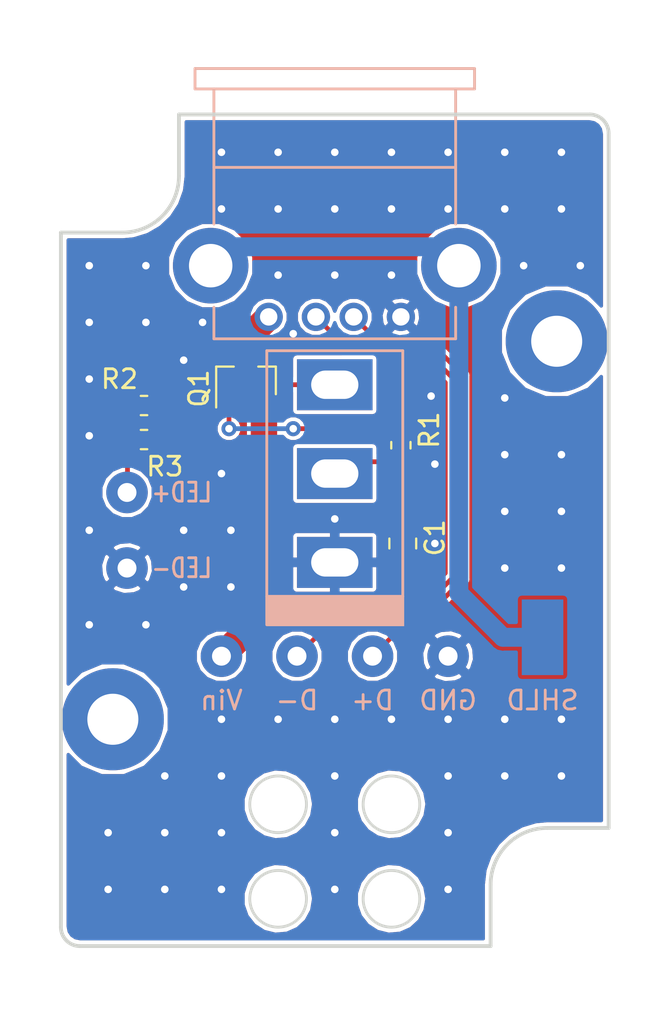
<source format=kicad_pcb>
(kicad_pcb (version 20171130) (host pcbnew "(5.0.1)-3")

  (general
    (thickness 1.6)
    (drawings 20)
    (tracks 113)
    (zones 0)
    (modules 16)
    (nets 10)
  )

  (page A4)
  (layers
    (0 F.Cu signal)
    (31 B.Cu signal)
    (32 B.Adhes user)
    (33 F.Adhes user)
    (34 B.Paste user)
    (35 F.Paste user)
    (36 B.SilkS user)
    (37 F.SilkS user)
    (38 B.Mask user)
    (39 F.Mask user)
    (40 Dwgs.User user hide)
    (41 Cmts.User user)
    (42 Eco1.User user)
    (43 Eco2.User user)
    (44 Edge.Cuts user)
    (45 Margin user)
    (46 B.CrtYd user)
    (47 F.CrtYd user)
    (48 B.Fab user)
    (49 F.Fab user)
  )

  (setup
    (last_trace_width 0.25)
    (user_trace_width 1.4)
    (trace_clearance 0.2)
    (zone_clearance 0.2)
    (zone_45_only no)
    (trace_min 0.2)
    (segment_width 0.2)
    (edge_width 0.15)
    (via_size 0.8)
    (via_drill 0.4)
    (via_min_size 0.4)
    (via_min_drill 0.3)
    (uvia_size 0.3)
    (uvia_drill 0.1)
    (uvias_allowed no)
    (uvia_min_size 0.2)
    (uvia_min_drill 0.1)
    (pcb_text_width 0.3)
    (pcb_text_size 1.5 1.5)
    (mod_edge_width 0.15)
    (mod_text_size 1 1)
    (mod_text_width 0.15)
    (pad_size 1.524 1.524)
    (pad_drill 0.762)
    (pad_to_mask_clearance 0.051)
    (solder_mask_min_width 0.25)
    (aux_axis_origin 100 100)
    (grid_origin 97 83)
    (visible_elements 7FFFFFFF)
    (pcbplotparams
      (layerselection 0x010f0_ffffffff)
      (usegerberextensions false)
      (usegerberattributes false)
      (usegerberadvancedattributes false)
      (creategerberjobfile false)
      (excludeedgelayer true)
      (linewidth 0.100000)
      (plotframeref false)
      (viasonmask false)
      (mode 1)
      (useauxorigin false)
      (hpglpennumber 1)
      (hpglpenspeed 20)
      (hpglpendiameter 15.000000)
      (psnegative false)
      (psa4output false)
      (plotreference true)
      (plotvalue true)
      (plotinvisibletext false)
      (padsonsilk false)
      (subtractmaskfromsilk false)
      (outputformat 1)
      (mirror false)
      (drillshape 0)
      (scaleselection 1)
      (outputdirectory "Gerbers"))
  )

  (net 0 "")
  (net 1 "Net-(C1-Pad1)")
  (net 2 GND)
  (net 3 "Net-(Q1-Pad2)")
  (net 4 "Net-(R1-Pad2)")
  (net 5 "Net-(R3-Pad2)")
  (net 6 "Net-(J1-Pad3)")
  (net 7 "Net-(J1-Pad2)")
  (net 8 Vout)
  (net 9 "Net-(J1-Pad5)")

  (net_class Default "This is the default net class."
    (clearance 0.2)
    (trace_width 0.25)
    (via_dia 0.8)
    (via_drill 0.4)
    (uvia_dia 0.3)
    (uvia_drill 0.1)
    (add_net GND)
    (add_net "Net-(C1-Pad1)")
    (add_net "Net-(J1-Pad2)")
    (add_net "Net-(J1-Pad3)")
    (add_net "Net-(J1-Pad5)")
    (add_net "Net-(Q1-Pad2)")
    (add_net "Net-(R1-Pad2)")
    (add_net "Net-(R3-Pad2)")
    (add_net Vout)
  )

  (module Switches_custom:Multicomp_Toggle_switch_1MS1T1B5M1QE (layer B.Cu) (tedit 5BE323D8) (tstamp 5BEDFB7F)
    (at 100 97 180)
    (path /5BDF7C1E)
    (fp_text reference SW1 (at 0.1 -9.5 180) (layer B.SilkS) hide
      (effects (font (size 1 1) (thickness 0.15)) (justify mirror))
    )
    (fp_text value SW_SPDT (at -0.3 -11.3 180) (layer B.Fab)
      (effects (font (size 1 1) (thickness 0.15)) (justify mirror))
    )
    (fp_line (start -3.43 6.35) (end 3.43 6.35) (layer B.Fab) (width 0.15))
    (fp_line (start -3.43 -6.35) (end 3.43 -6.35) (layer B.Fab) (width 0.15))
    (fp_line (start -3.43 6.35) (end -3.43 -6.35) (layer B.Fab) (width 0.15))
    (fp_line (start 3.43 -6.35) (end 3.43 6.35) (layer B.Fab) (width 0.15))
    (fp_line (start -3.6 6.5) (end -3.6 -6.5) (layer B.SilkS) (width 0.15))
    (fp_line (start -3.6 -6.5) (end 3.6 -6.5) (layer B.SilkS) (width 0.15))
    (fp_line (start -3.6 6.5) (end 3.6 6.5) (layer B.SilkS) (width 0.15))
    (fp_line (start 3.6 -6.5) (end 3.6 6.5) (layer B.SilkS) (width 0.15))
    (fp_poly (pts (xy -3.6 -6.5) (xy 3.6 -6.5) (xy 3.6 -8) (xy -3.6 -8)) (layer B.SilkS) (width 0.15))
    (fp_line (start 3.8 -6.7) (end 3.8 6.7) (layer B.CrtYd) (width 0.15))
    (fp_line (start -3.8 -6.7) (end 3.8 -6.7) (layer B.CrtYd) (width 0.15))
    (fp_line (start -3.8 6.7) (end 3.8 6.7) (layer B.CrtYd) (width 0.15))
    (fp_line (start -3.8 6.7) (end -3.8 -6.7) (layer B.CrtYd) (width 0.15))
    (pad 1 thru_hole rect (at 0 -4.7 180) (size 4 2.7) (drill oval 2.5 1.5) (layers *.Cu *.Mask)
      (net 2 GND))
    (pad 2 thru_hole rect (at 0 0 180) (size 4 2.7) (drill oval 2.5 1.5) (layers *.Cu *.Mask)
      (net 4 "Net-(R1-Pad2)"))
    (pad 3 thru_hole rect (at 0 4.7 180) (size 4 2.7) (drill oval 2.5 1.5) (layers *.Cu *.Mask)
      (net 3 "Net-(Q1-Pad2)"))
    (model ${KICAD_USER_LIB}/Switches_custom.pretty/Multicomp_1MS1T1B5M1QE.STEP
      (at (xyz 0 0 0))
      (scale (xyz 1 1 1))
      (rotate (xyz 0 0 0))
    )
  )

  (module Package_TO_SOT_SMD:SOT-23 (layer F.Cu) (tedit 5A02FF57) (tstamp 5BEDFB38)
    (at 95.3 92.1 90)
    (descr "SOT-23, Standard")
    (tags SOT-23)
    (path /5BDF4FF9)
    (attr smd)
    (fp_text reference Q1 (at -0.4 -2.5 270) (layer F.SilkS)
      (effects (font (size 1 1) (thickness 0.15)))
    )
    (fp_text value Q_PMOS_GSD (at 0 2.5 90) (layer F.Fab)
      (effects (font (size 1 1) (thickness 0.15)))
    )
    (fp_text user %R (at 0 0 180) (layer F.Fab)
      (effects (font (size 0.5 0.5) (thickness 0.075)))
    )
    (fp_line (start -0.7 -0.95) (end -0.7 1.5) (layer F.Fab) (width 0.1))
    (fp_line (start -0.15 -1.52) (end 0.7 -1.52) (layer F.Fab) (width 0.1))
    (fp_line (start -0.7 -0.95) (end -0.15 -1.52) (layer F.Fab) (width 0.1))
    (fp_line (start 0.7 -1.52) (end 0.7 1.52) (layer F.Fab) (width 0.1))
    (fp_line (start -0.7 1.52) (end 0.7 1.52) (layer F.Fab) (width 0.1))
    (fp_line (start 0.76 1.58) (end 0.76 0.65) (layer F.SilkS) (width 0.12))
    (fp_line (start 0.76 -1.58) (end 0.76 -0.65) (layer F.SilkS) (width 0.12))
    (fp_line (start -1.7 -1.75) (end 1.7 -1.75) (layer F.CrtYd) (width 0.05))
    (fp_line (start 1.7 -1.75) (end 1.7 1.75) (layer F.CrtYd) (width 0.05))
    (fp_line (start 1.7 1.75) (end -1.7 1.75) (layer F.CrtYd) (width 0.05))
    (fp_line (start -1.7 1.75) (end -1.7 -1.75) (layer F.CrtYd) (width 0.05))
    (fp_line (start 0.76 -1.58) (end -1.4 -1.58) (layer F.SilkS) (width 0.12))
    (fp_line (start 0.76 1.58) (end -0.7 1.58) (layer F.SilkS) (width 0.12))
    (pad 1 smd rect (at -1 -0.95 90) (size 0.9 0.8) (layers F.Cu F.Paste F.Mask)
      (net 1 "Net-(C1-Pad1)"))
    (pad 2 smd rect (at -1 0.95 90) (size 0.9 0.8) (layers F.Cu F.Paste F.Mask)
      (net 3 "Net-(Q1-Pad2)"))
    (pad 3 smd rect (at 1 0 90) (size 0.9 0.8) (layers F.Cu F.Paste F.Mask)
      (net 8 Vout))
    (model ${KISYS3DMOD}/Package_TO_SOT_SMD.3dshapes/SOT-23.wrl
      (at (xyz 0 0 0))
      (scale (xyz 1 1 1))
      (rotate (xyz 0 0 0))
    )
  )

  (module Resistor_SMD:R_0603_1608Metric_Pad1.05x0.95mm_HandSolder (layer F.Cu) (tedit 5B301BBD) (tstamp 5BEDFB49)
    (at 103.5 95.5 270)
    (descr "Resistor SMD 0603 (1608 Metric), square (rectangular) end terminal, IPC_7351 nominal with elongated pad for handsoldering. (Body size source: http://www.tortai-tech.com/upload/download/2011102023233369053.pdf), generated with kicad-footprint-generator")
    (tags "resistor handsolder")
    (path /5BDF8113)
    (attr smd)
    (fp_text reference R1 (at -0.8 -1.5 270) (layer F.SilkS)
      (effects (font (size 1 1) (thickness 0.15)))
    )
    (fp_text value 51k (at 0 1.43 270) (layer F.Fab)
      (effects (font (size 1 1) (thickness 0.15)))
    )
    (fp_text user %R (at 0 0 270) (layer F.Fab)
      (effects (font (size 0.4 0.4) (thickness 0.06)))
    )
    (fp_line (start 1.65 0.73) (end -1.65 0.73) (layer F.CrtYd) (width 0.05))
    (fp_line (start 1.65 -0.73) (end 1.65 0.73) (layer F.CrtYd) (width 0.05))
    (fp_line (start -1.65 -0.73) (end 1.65 -0.73) (layer F.CrtYd) (width 0.05))
    (fp_line (start -1.65 0.73) (end -1.65 -0.73) (layer F.CrtYd) (width 0.05))
    (fp_line (start -0.171267 0.51) (end 0.171267 0.51) (layer F.SilkS) (width 0.12))
    (fp_line (start -0.171267 -0.51) (end 0.171267 -0.51) (layer F.SilkS) (width 0.12))
    (fp_line (start 0.8 0.4) (end -0.8 0.4) (layer F.Fab) (width 0.1))
    (fp_line (start 0.8 -0.4) (end 0.8 0.4) (layer F.Fab) (width 0.1))
    (fp_line (start -0.8 -0.4) (end 0.8 -0.4) (layer F.Fab) (width 0.1))
    (fp_line (start -0.8 0.4) (end -0.8 -0.4) (layer F.Fab) (width 0.1))
    (pad 2 smd roundrect (at 0.875 0 270) (size 1.05 0.95) (layers F.Cu F.Paste F.Mask) (roundrect_rratio 0.25)
      (net 4 "Net-(R1-Pad2)"))
    (pad 1 smd roundrect (at -0.875 0 270) (size 1.05 0.95) (layers F.Cu F.Paste F.Mask) (roundrect_rratio 0.25)
      (net 1 "Net-(C1-Pad1)"))
    (model ${KISYS3DMOD}/Resistor_SMD.3dshapes/R_0603_1608Metric.wrl
      (at (xyz 0 0 0))
      (scale (xyz 1 1 1))
      (rotate (xyz 0 0 0))
    )
  )

  (module Pads:wirepad_SMD_2.2x4mm (layer B.Cu) (tedit 5BE07CBE) (tstamp 5BEFA970)
    (at 111 105.662811)
    (path /5BE1974B)
    (fp_text reference W12 (at 0.2 2.8) (layer B.Fab)
      (effects (font (size 1 1) (thickness 0.15)) (justify mirror))
    )
    (fp_text value SHLD (at 0 3.337189) (layer B.SilkS)
      (effects (font (size 1 1) (thickness 0.15)) (justify mirror))
    )
    (pad 1 smd rect (at 0 0) (size 2.2 4) (layers B.Cu B.Paste B.Mask)
      (net 9 "Net-(J1-Pad5)"))
  )

  (module Pads:wirepad_hole_2.2x1mm (layer B.Cu) (tedit 5BE07C57) (tstamp 5BEDFBA7)
    (at 98 106.662811)
    (path /5BDFA513)
    (fp_text reference W8 (at 0.2 2.8) (layer B.Fab)
      (effects (font (size 1 1) (thickness 0.15)) (justify mirror))
    )
    (fp_text value D- (at 0 2.337189) (layer B.SilkS)
      (effects (font (size 1 1) (thickness 0.15)) (justify mirror))
    )
    (pad 1 thru_hole circle (at 0 0) (size 2.2 2.2) (drill 1) (layers *.Cu *.Mask)
      (net 7 "Net-(J1-Pad2)"))
  )

  (module Pads:wirepad_hole_2.2x1mm (layer B.Cu) (tedit 5BE07C57) (tstamp 5BEDFB9D)
    (at 106 106.662811)
    (path /5BDFA250)
    (fp_text reference W6 (at 0.2 2.8) (layer B.Fab)
      (effects (font (size 1 1) (thickness 0.15)) (justify mirror))
    )
    (fp_text value GND (at 0 2.337189) (layer B.SilkS)
      (effects (font (size 1 1) (thickness 0.15)) (justify mirror))
    )
    (pad 1 thru_hole circle (at 0 0) (size 2.2 2.2) (drill 1) (layers *.Cu *.Mask)
      (net 2 GND))
  )

  (module Pads:wirepad_hole_2.2x1mm (layer B.Cu) (tedit 5BE07C57) (tstamp 5BEDFBA2)
    (at 102 106.662811)
    (path /5BDFA467)
    (fp_text reference W7 (at 0.2 2.8) (layer B.Fab)
      (effects (font (size 1 1) (thickness 0.15)) (justify mirror))
    )
    (fp_text value D+ (at 0 2.337189) (layer B.SilkS)
      (effects (font (size 1 1) (thickness 0.15)) (justify mirror))
    )
    (pad 1 thru_hole circle (at 0 0) (size 2.2 2.2) (drill 1) (layers *.Cu *.Mask)
      (net 6 "Net-(J1-Pad3)"))
  )

  (module Pads:wirepad_hole_2.2x1mm (layer B.Cu) (tedit 5BE07C57) (tstamp 5BEFAD66)
    (at 94 106.662811)
    (path /5BDF905D)
    (fp_text reference W1 (at 0.2 2.8) (layer B.Fab) hide
      (effects (font (size 1 1) (thickness 0.15)) (justify mirror))
    )
    (fp_text value Vin (at 0 2.337189) (layer B.SilkS)
      (effects (font (size 1 1) (thickness 0.15)) (justify mirror))
    )
    (pad 1 thru_hole circle (at 0 0) (size 2.2 2.2) (drill 1) (layers *.Cu *.Mask)
      (net 3 "Net-(Q1-Pad2)"))
  )

  (module Pads:wirepad_hole_2.2x1mm (layer B.Cu) (tedit 5BE0A873) (tstamp 5BEDFBAC)
    (at 89 98 270)
    (path /5BE178FB)
    (fp_text reference W9 (at 0.2 2.8 270) (layer B.Fab) hide
      (effects (font (size 1 1) (thickness 0.15)) (justify mirror))
    )
    (fp_text value LED+ (at 0 -2.9) (layer B.SilkS)
      (effects (font (size 1 0.8) (thickness 0.15)) (justify mirror))
    )
    (pad 1 thru_hole circle (at 0 0 270) (size 2.2 2.2) (drill 1) (layers *.Cu *.Mask)
      (net 5 "Net-(R3-Pad2)"))
  )

  (module Pads:wirepad_hole_2.2x1mm (layer B.Cu) (tedit 5BE0A88D) (tstamp 5BEDFBB1)
    (at 89 102 270)
    (path /5BE17952)
    (fp_text reference W10 (at 0.2 2.8 270) (layer B.Fab) hide
      (effects (font (size 1 1) (thickness 0.15)) (justify mirror))
    )
    (fp_text value LED- (at 0 -2.9) (layer B.SilkS)
      (effects (font (size 1 0.8) (thickness 0.15)) (justify mirror))
    )
    (pad 1 thru_hole circle (at 0 0 270) (size 2.2 2.2) (drill 1) (layers *.Cu *.Mask)
      (net 2 GND))
  )

  (module Capacitor_SMD:C_0805_2012Metric_Pad1.15x1.40mm_HandSolder (layer F.Cu) (tedit 5B36C52B) (tstamp 5BEDFB23)
    (at 103.6 100.7 270)
    (descr "Capacitor SMD 0805 (2012 Metric), square (rectangular) end terminal, IPC_7351 nominal with elongated pad for handsoldering. (Body size source: https://docs.google.com/spreadsheets/d/1BsfQQcO9C6DZCsRaXUlFlo91Tg2WpOkGARC1WS5S8t0/edit?usp=sharing), generated with kicad-footprint-generator")
    (tags "capacitor handsolder")
    (path /5BDF817E)
    (attr smd)
    (fp_text reference C1 (at -0.3 -1.7 90) (layer F.SilkS)
      (effects (font (size 1 1) (thickness 0.15)))
    )
    (fp_text value 1uF/25V (at 0 1.65 270) (layer F.Fab)
      (effects (font (size 1 1) (thickness 0.15)))
    )
    (fp_line (start -1 0.6) (end -1 -0.6) (layer F.Fab) (width 0.1))
    (fp_line (start -1 -0.6) (end 1 -0.6) (layer F.Fab) (width 0.1))
    (fp_line (start 1 -0.6) (end 1 0.6) (layer F.Fab) (width 0.1))
    (fp_line (start 1 0.6) (end -1 0.6) (layer F.Fab) (width 0.1))
    (fp_line (start -0.261252 -0.71) (end 0.261252 -0.71) (layer F.SilkS) (width 0.12))
    (fp_line (start -0.261252 0.71) (end 0.261252 0.71) (layer F.SilkS) (width 0.12))
    (fp_line (start -1.85 0.95) (end -1.85 -0.95) (layer F.CrtYd) (width 0.05))
    (fp_line (start -1.85 -0.95) (end 1.85 -0.95) (layer F.CrtYd) (width 0.05))
    (fp_line (start 1.85 -0.95) (end 1.85 0.95) (layer F.CrtYd) (width 0.05))
    (fp_line (start 1.85 0.95) (end -1.85 0.95) (layer F.CrtYd) (width 0.05))
    (fp_text user %R (at 0 0 270) (layer F.Fab)
      (effects (font (size 0.5 0.5) (thickness 0.08)))
    )
    (pad 1 smd roundrect (at -1.025 0 270) (size 1.15 1.4) (layers F.Cu F.Paste F.Mask) (roundrect_rratio 0.217391)
      (net 1 "Net-(C1-Pad1)"))
    (pad 2 smd roundrect (at 1.025 0 270) (size 1.15 1.4) (layers F.Cu F.Paste F.Mask) (roundrect_rratio 0.217391)
      (net 2 GND))
    (model ${KISYS3DMOD}/Capacitor_SMD.3dshapes/C_0805_2012Metric.wrl
      (at (xyz 0 0 0))
      (scale (xyz 1 1 1))
      (rotate (xyz 0 0 0))
    )
  )

  (module Resistor_SMD:R_0603_1608Metric_Pad1.05x0.95mm_HandSolder (layer F.Cu) (tedit 5B301BBD) (tstamp 5BEDFB5A)
    (at 89.9 93.4 180)
    (descr "Resistor SMD 0603 (1608 Metric), square (rectangular) end terminal, IPC_7351 nominal with elongated pad for handsoldering. (Body size source: http://www.tortai-tech.com/upload/download/2011102023233369053.pdf), generated with kicad-footprint-generator")
    (tags "resistor handsolder")
    (path /5BDF519C)
    (attr smd)
    (fp_text reference R2 (at 1.3 1.4 180) (layer F.SilkS)
      (effects (font (size 1 1) (thickness 0.15)))
    )
    (fp_text value 4.7k (at 0 1.43 180) (layer F.Fab)
      (effects (font (size 1 1) (thickness 0.15)))
    )
    (fp_line (start -0.8 0.4) (end -0.8 -0.4) (layer F.Fab) (width 0.1))
    (fp_line (start -0.8 -0.4) (end 0.8 -0.4) (layer F.Fab) (width 0.1))
    (fp_line (start 0.8 -0.4) (end 0.8 0.4) (layer F.Fab) (width 0.1))
    (fp_line (start 0.8 0.4) (end -0.8 0.4) (layer F.Fab) (width 0.1))
    (fp_line (start -0.171267 -0.51) (end 0.171267 -0.51) (layer F.SilkS) (width 0.12))
    (fp_line (start -0.171267 0.51) (end 0.171267 0.51) (layer F.SilkS) (width 0.12))
    (fp_line (start -1.65 0.73) (end -1.65 -0.73) (layer F.CrtYd) (width 0.05))
    (fp_line (start -1.65 -0.73) (end 1.65 -0.73) (layer F.CrtYd) (width 0.05))
    (fp_line (start 1.65 -0.73) (end 1.65 0.73) (layer F.CrtYd) (width 0.05))
    (fp_line (start 1.65 0.73) (end -1.65 0.73) (layer F.CrtYd) (width 0.05))
    (fp_text user %R (at 0 0 180) (layer F.Fab)
      (effects (font (size 0.4 0.4) (thickness 0.06)))
    )
    (pad 1 smd roundrect (at -0.875 0 180) (size 1.05 0.95) (layers F.Cu F.Paste F.Mask) (roundrect_rratio 0.25)
      (net 8 Vout))
    (pad 2 smd roundrect (at 0.875 0 180) (size 1.05 0.95) (layers F.Cu F.Paste F.Mask) (roundrect_rratio 0.25)
      (net 2 GND))
    (model ${KISYS3DMOD}/Resistor_SMD.3dshapes/R_0603_1608Metric.wrl
      (at (xyz 0 0 0))
      (scale (xyz 1 1 1))
      (rotate (xyz 0 0 0))
    )
  )

  (module Resistor_SMD:R_0603_1608Metric_Pad1.05x0.95mm_HandSolder (layer F.Cu) (tedit 5B301BBD) (tstamp 5BEDFB6B)
    (at 89.9 95.2 180)
    (descr "Resistor SMD 0603 (1608 Metric), square (rectangular) end terminal, IPC_7351 nominal with elongated pad for handsoldering. (Body size source: http://www.tortai-tech.com/upload/download/2011102023233369053.pdf), generated with kicad-footprint-generator")
    (tags "resistor handsolder")
    (path /5BE17279)
    (attr smd)
    (fp_text reference R3 (at -1.1 -1.43 180) (layer F.SilkS)
      (effects (font (size 1 1) (thickness 0.15)))
    )
    (fp_text value 1k (at 0 1.43 180) (layer F.Fab)
      (effects (font (size 1 1) (thickness 0.15)))
    )
    (fp_line (start -0.8 0.4) (end -0.8 -0.4) (layer F.Fab) (width 0.1))
    (fp_line (start -0.8 -0.4) (end 0.8 -0.4) (layer F.Fab) (width 0.1))
    (fp_line (start 0.8 -0.4) (end 0.8 0.4) (layer F.Fab) (width 0.1))
    (fp_line (start 0.8 0.4) (end -0.8 0.4) (layer F.Fab) (width 0.1))
    (fp_line (start -0.171267 -0.51) (end 0.171267 -0.51) (layer F.SilkS) (width 0.12))
    (fp_line (start -0.171267 0.51) (end 0.171267 0.51) (layer F.SilkS) (width 0.12))
    (fp_line (start -1.65 0.73) (end -1.65 -0.73) (layer F.CrtYd) (width 0.05))
    (fp_line (start -1.65 -0.73) (end 1.65 -0.73) (layer F.CrtYd) (width 0.05))
    (fp_line (start 1.65 -0.73) (end 1.65 0.73) (layer F.CrtYd) (width 0.05))
    (fp_line (start 1.65 0.73) (end -1.65 0.73) (layer F.CrtYd) (width 0.05))
    (fp_text user %R (at 0 0 180) (layer F.Fab)
      (effects (font (size 0.4 0.4) (thickness 0.06)))
    )
    (pad 1 smd roundrect (at -0.875 0 180) (size 1.05 0.95) (layers F.Cu F.Paste F.Mask) (roundrect_rratio 0.25)
      (net 8 Vout))
    (pad 2 smd roundrect (at 0.875 0 180) (size 1.05 0.95) (layers F.Cu F.Paste F.Mask) (roundrect_rratio 0.25)
      (net 5 "Net-(R3-Pad2)"))
    (model ${KISYS3DMOD}/Resistor_SMD.3dshapes/R_0603_1608Metric.wrl
      (at (xyz 0 0 0))
      (scale (xyz 1 1 1))
      (rotate (xyz 0 0 0))
    )
  )

  (module MountingHole:MountingHole_2.7mm_M2.5_Pad locked (layer F.Cu) (tedit 5BE2E752) (tstamp 5BEFD099)
    (at 88.25 110)
    (descr "Mounting Hole 2.7mm, M2.5")
    (tags "mounting hole 2.7mm m2.5")
    (path /5BE19D84)
    (attr virtual)
    (fp_text reference H1 (at 0 -3.7) (layer F.SilkS) hide
      (effects (font (size 1 1) (thickness 0.15)))
    )
    (fp_text value MountingHole (at 0 3.7) (layer F.Fab)
      (effects (font (size 1 1) (thickness 0.15)))
    )
    (fp_text user %R (at 0.3 0) (layer F.Fab)
      (effects (font (size 1 1) (thickness 0.15)))
    )
    (fp_circle (center 0 0) (end 2.7 0) (layer Cmts.User) (width 0.15))
    (fp_circle (center 0 0) (end 2.95 0) (layer F.CrtYd) (width 0.05))
    (pad 1 thru_hole circle (at 0 0) (size 5.4 5.4) (drill 2.7) (layers *.Cu *.Mask))
  )

  (module MountingHole:MountingHole_2.7mm_M2.5_Pad locked (layer F.Cu) (tedit 5BE2E757) (tstamp 5BEFD0A0)
    (at 111.75 90)
    (descr "Mounting Hole 2.7mm, M2.5")
    (tags "mounting hole 2.7mm m2.5")
    (path /5BE1A026)
    (attr virtual)
    (fp_text reference H2 (at 0 -3.7) (layer F.SilkS) hide
      (effects (font (size 1 1) (thickness 0.15)))
    )
    (fp_text value MountingHole (at 0 3.7) (layer F.Fab)
      (effects (font (size 1 1) (thickness 0.15)))
    )
    (fp_circle (center 0 0) (end 2.95 0) (layer F.CrtYd) (width 0.05))
    (fp_circle (center 0 0) (end 2.7 0) (layer Cmts.User) (width 0.15))
    (fp_text user %R (at 0.3 0) (layer F.Fab)
      (effects (font (size 1 1) (thickness 0.15)))
    )
    (pad 1 thru_hole circle (at 0 0) (size 5.4 5.4) (drill 2.7) (layers *.Cu *.Mask))
  )

  (module Connectors_custom:USB_A_Receptacle_Horizontal locked (layer B.Cu) (tedit 5BE2E604) (tstamp 5BEFFE20)
    (at 100 86)
    (path /5BE1CA77)
    (fp_text reference J1 (at 0.04 5.38) (layer B.SilkS) hide
      (effects (font (size 1 1) (thickness 0.15)) (justify mirror))
    )
    (fp_text value USB_A (at 0.1 -11.6) (layer B.Fab)
      (effects (font (size 1 1) (thickness 0.15)) (justify mirror))
    )
    (fp_line (start -6.25 -5.05) (end 6.25 -5.05) (layer B.Fab) (width 0.15))
    (fp_line (start 6.25 -9.5) (end 6.25 -2.2) (layer B.Fab) (width 0.15))
    (fp_line (start -6.7 -2.5) (end -9 -2.5) (layer B.CrtYd) (width 0.15))
    (fp_line (start -6.25 -9.5) (end -6.25 -2.2) (layer B.Fab) (width 0.15))
    (fp_line (start 7.26 -9.5) (end 7.26 -10.28) (layer B.Fab) (width 0.15))
    (fp_line (start -7.25 -9.5) (end -7.25 -10.28) (layer B.Fab) (width 0.15))
    (fp_line (start -7.25 -9.5) (end 7.25 -9.5) (layer B.Fab) (width 0.15))
    (fp_line (start 6.7 4.17) (end 6.7 2.3) (layer B.CrtYd) (width 0.15))
    (fp_line (start -6.7 2.3) (end -6.7 4.17) (layer B.CrtYd) (width 0.15))
    (fp_line (start -9 2.3) (end -6.7 2.3) (layer B.CrtYd) (width 0.15))
    (fp_line (start -9 2.3) (end -9 -2.5) (layer B.CrtYd) (width 0.15))
    (fp_line (start -7.25 -10.28) (end 7.25 -10.28) (layer B.Fab) (width 0.15))
    (fp_line (start -6.4 3.87) (end 6.4 3.87) (layer B.SilkS) (width 0.15))
    (fp_line (start -6.4 -9.35) (end -6.4 -2.2) (layer B.SilkS) (width 0.15))
    (fp_line (start 6.4 -9.35) (end 6.4 -2.2) (layer B.SilkS) (width 0.15))
    (fp_line (start -7.4 -9.35) (end -7.4 -10.43) (layer B.SilkS) (width 0.15))
    (fp_line (start 7.4 -9.35) (end 7.4 -10.43) (layer B.SilkS) (width 0.15))
    (fp_line (start -7.4 -9.35) (end 7.4 -9.35) (layer B.SilkS) (width 0.15))
    (fp_line (start -6.4 -5.2) (end 6.4 -5.2) (layer B.SilkS) (width 0.15))
    (fp_line (start -6.25 3.72) (end 6.25 3.72) (layer B.Fab) (width 0.15))
    (fp_line (start -7.4 -10.43) (end 7.4 -10.43) (layer B.SilkS) (width 0.15))
    (fp_line (start 7.7 -9.05) (end 7.7 -10.73) (layer B.CrtYd) (width 0.15))
    (fp_line (start -6.7 4.17) (end 6.7 4.17) (layer B.CrtYd) (width 0.15))
    (fp_line (start -7.7 -9.05) (end -7.7 -10.73) (layer B.CrtYd) (width 0.15))
    (fp_line (start -7.7 -10.73) (end 7.7 -10.73) (layer B.CrtYd) (width 0.15))
    (fp_line (start -6.7 -2.5) (end -6.7 -9.05) (layer B.CrtYd) (width 0.15))
    (fp_line (start -7.7 -9.05) (end -6.7 -9.05) (layer B.CrtYd) (width 0.15))
    (fp_line (start 9 2.3) (end 6.7 2.3) (layer B.CrtYd) (width 0.15))
    (fp_line (start 9 2.3) (end 9 -2.5) (layer B.CrtYd) (width 0.15))
    (fp_line (start 6.7 -2.5) (end 9 -2.5) (layer B.CrtYd) (width 0.15))
    (fp_line (start 6.7 -2.5) (end 6.7 -9.05) (layer B.CrtYd) (width 0.15))
    (fp_line (start 7.7 -9.05) (end 6.7 -9.05) (layer B.CrtYd) (width 0.15))
    (fp_line (start 6.4 3.87) (end 6.4 2.2) (layer B.SilkS) (width 0.15))
    (fp_line (start 6.25 3.72) (end 6.25 2.2) (layer B.Fab) (width 0.15))
    (fp_line (start -6.25 3.72) (end -6.25 2.2) (layer B.Fab) (width 0.15))
    (fp_line (start -6.4 3.87) (end -6.4 2.2) (layer B.SilkS) (width 0.15))
    (pad 3 thru_hole circle (at 1 2.71) (size 1.5 1.5) (drill 0.92) (layers *.Cu *.Mask)
      (net 6 "Net-(J1-Pad3)"))
    (pad 2 thru_hole circle (at -1 2.71) (size 1.5 1.5) (drill 0.92) (layers *.Cu *.Mask)
      (net 7 "Net-(J1-Pad2)"))
    (pad 4 thru_hole circle (at 3.5 2.71) (size 1.5 1.5) (drill 0.92) (layers *.Cu *.Mask)
      (net 2 GND))
    (pad 1 thru_hole circle (at -3.5 2.71) (size 1.5 1.5) (drill 0.92) (layers *.Cu *.Mask)
      (net 8 Vout))
    (pad 5 thru_hole circle (at 6.57 0) (size 4 4) (drill 2.3) (layers *.Cu *.Mask)
      (net 9 "Net-(J1-Pad5)"))
    (pad 5 thru_hole circle (at -6.57 0) (size 4 4) (drill 2.3) (layers *.Cu *.Mask)
      (net 9 "Net-(J1-Pad5)"))
    (model ${KICAD_USER_LIB}/Connectors_custom.pretty/Wurth_USB-A_61400416021.STEP
      (at (xyz 0 0 0))
      (scale (xyz 1 1 1))
      (rotate (xyz 0 0 0))
    )
  )

  (gr_circle (center 103 114.5) (end 104.5 114.5) (layer Edge.Cuts) (width 0.15) (tstamp 5BF0042A))
  (gr_circle (center 97 114.5) (end 98.5 114.5) (layer Edge.Cuts) (width 0.15) (tstamp 5BF00429))
  (gr_circle (center 103 119.5) (end 104.5 119.5) (layer Edge.Cuts) (width 0.15) (tstamp 5BEFAE2B))
  (gr_circle (center 97 119.5) (end 98.5 119.5) (layer Edge.Cuts) (width 0.15) (tstamp 5BEFAE2A))
  (gr_circle (center 88.25 110) (end 88.25 112.5) (layer Dwgs.User) (width 0.2))
  (gr_circle (center 111.75 90) (end 111.75 92.5) (layer Dwgs.User) (width 0.2))
  (gr_arc (start 91.577541 92.973427) (end 91.577541 97.973427) (angle -180) (layer Dwgs.User) (width 0.2))
  (gr_arc (start 91.577541 92.973427) (end 91.577541 101.973427) (angle -180) (layer Dwgs.User) (width 0.2))
  (gr_arc (start 113.5 79) (end 114.5 79) (angle -90) (layer Edge.Cuts) (width 0.2))
  (gr_arc (start 111.25 118.75) (end 111.25 115.75) (angle -90) (layer Edge.Cuts) (width 0.2))
  (gr_line (start 91.75 78) (end 113.5 78) (layer Edge.Cuts) (width 0.2))
  (gr_line (start 85.5 121) (end 85.5 84.25) (layer Edge.Cuts) (width 0.2))
  (gr_arc (start 88.75 81.25) (end 88.75 84.25) (angle -90) (layer Edge.Cuts) (width 0.2))
  (gr_arc (start 86.5 121) (end 85.5 121) (angle -90) (layer Edge.Cuts) (width 0.2))
  (gr_line (start 91.75 81.25) (end 91.75 78) (layer Edge.Cuts) (width 0.2))
  (gr_line (start 108.25 122) (end 86.5 122) (layer Edge.Cuts) (width 0.2))
  (gr_line (start 108.25 118.75) (end 108.25 122) (layer Edge.Cuts) (width 0.2))
  (gr_line (start 114.5 79) (end 114.5 115.75) (layer Edge.Cuts) (width 0.2))
  (gr_line (start 85.5 84.25) (end 88.75 84.25) (layer Edge.Cuts) (width 0.2))
  (gr_line (start 114.5 115.75) (end 111.25 115.75) (layer Edge.Cuts) (width 0.2))

  (via (at 97.8 94.625) (size 0.8) (drill 0.4) (layers F.Cu B.Cu) (net 1))
  (segment (start 103.5 94.625) (end 97.8 94.625) (width 0.25) (layer F.Cu) (net 1))
  (via (at 94.4 94.625) (size 0.8) (drill 0.4) (layers F.Cu B.Cu) (net 1))
  (segment (start 97.8 94.625) (end 94.4 94.625) (width 0.25) (layer B.Cu) (net 1))
  (segment (start 94.4 93.15) (end 94.35 93.1) (width 0.25) (layer F.Cu) (net 1))
  (segment (start 94.4 94.625) (end 94.4 93.15) (width 0.25) (layer F.Cu) (net 1))
  (segment (start 104.223372 99.051628) (end 103.6 99.675) (width 0.25) (layer F.Cu) (net 1))
  (segment (start 104.30001 98.97499) (end 104.223372 99.051628) (width 0.25) (layer F.Cu) (net 1))
  (segment (start 104.30001 95.42501) (end 104.30001 98.97499) (width 0.25) (layer F.Cu) (net 1))
  (segment (start 103.5 94.625) (end 104.30001 95.42501) (width 0.25) (layer F.Cu) (net 1))
  (via (at 88 119) (size 0.8) (drill 0.4) (layers F.Cu B.Cu) (net 2))
  (via (at 88 116) (size 0.8) (drill 0.4) (layers F.Cu B.Cu) (net 2))
  (via (at 91 116) (size 0.8) (drill 0.4) (layers F.Cu B.Cu) (net 2))
  (via (at 91 119) (size 0.8) (drill 0.4) (layers F.Cu B.Cu) (net 2))
  (via (at 94 119) (size 0.8) (drill 0.4) (layers F.Cu B.Cu) (net 2))
  (via (at 94 116) (size 0.8) (drill 0.4) (layers F.Cu B.Cu) (net 2))
  (via (at 94 113) (size 0.8) (drill 0.4) (layers F.Cu B.Cu) (net 2))
  (via (at 94 110) (size 0.8) (drill 0.4) (layers F.Cu B.Cu) (net 2))
  (via (at 91 113) (size 0.8) (drill 0.4) (layers F.Cu B.Cu) (net 2))
  (via (at 100 119) (size 0.8) (drill 0.4) (layers F.Cu B.Cu) (net 2))
  (via (at 100 116) (size 0.8) (drill 0.4) (layers F.Cu B.Cu) (net 2))
  (via (at 100 113) (size 0.8) (drill 0.4) (layers F.Cu B.Cu) (net 2))
  (via (at 100 110) (size 0.8) (drill 0.4) (layers F.Cu B.Cu) (net 2))
  (via (at 97 110) (size 0.8) (drill 0.4) (layers F.Cu B.Cu) (net 2))
  (via (at 103 110) (size 0.8) (drill 0.4) (layers F.Cu B.Cu) (net 2))
  (via (at 106 110) (size 0.8) (drill 0.4) (layers F.Cu B.Cu) (net 2))
  (via (at 106 113) (size 0.8) (drill 0.4) (layers F.Cu B.Cu) (net 2))
  (via (at 106 116) (size 0.8) (drill 0.4) (layers F.Cu B.Cu) (net 2))
  (via (at 106 119) (size 0.8) (drill 0.4) (layers F.Cu B.Cu) (net 2))
  (via (at 109 113) (size 0.8) (drill 0.4) (layers F.Cu B.Cu) (net 2))
  (via (at 109 110) (size 0.8) (drill 0.4) (layers F.Cu B.Cu) (net 2))
  (via (at 112 110) (size 0.8) (drill 0.4) (layers F.Cu B.Cu) (net 2))
  (via (at 112 113) (size 0.8) (drill 0.4) (layers F.Cu B.Cu) (net 2))
  (via (at 87 105) (size 0.8) (drill 0.4) (layers F.Cu B.Cu) (net 2))
  (via (at 90 105) (size 0.8) (drill 0.4) (layers F.Cu B.Cu) (net 2))
  (via (at 92 100) (size 0.8) (drill 0.4) (layers F.Cu B.Cu) (net 2))
  (via (at 92 103) (size 0.8) (drill 0.4) (layers F.Cu B.Cu) (net 2))
  (via (at 90 89) (size 0.8) (drill 0.4) (layers F.Cu B.Cu) (net 2) (tstamp 5BF0104E))
  (via (at 94 80) (size 0.8) (drill 0.4) (layers F.Cu B.Cu) (net 2))
  (via (at 97 80) (size 0.8) (drill 0.4) (layers F.Cu B.Cu) (net 2))
  (via (at 100 80) (size 0.8) (drill 0.4) (layers F.Cu B.Cu) (net 2))
  (via (at 103 80) (size 0.8) (drill 0.4) (layers F.Cu B.Cu) (net 2))
  (via (at 106 80) (size 0.8) (drill 0.4) (layers F.Cu B.Cu) (net 2))
  (via (at 109 80) (size 0.8) (drill 0.4) (layers F.Cu B.Cu) (net 2))
  (via (at 97 83) (size 0.8) (drill 0.4) (layers F.Cu B.Cu) (net 2))
  (via (at 100 83) (size 0.8) (drill 0.4) (layers F.Cu B.Cu) (net 2))
  (via (at 112 80) (size 0.8) (drill 0.4) (layers F.Cu B.Cu) (net 2))
  (via (at 112 102) (size 0.8) (drill 0.4) (layers F.Cu B.Cu) (net 2))
  (via (at 112 99) (size 0.8) (drill 0.4) (layers F.Cu B.Cu) (net 2))
  (via (at 112 96) (size 0.8) (drill 0.4) (layers F.Cu B.Cu) (net 2))
  (via (at 109 96) (size 0.8) (drill 0.4) (layers F.Cu B.Cu) (net 2))
  (via (at 109 99) (size 0.8) (drill 0.4) (layers F.Cu B.Cu) (net 2))
  (via (at 109 102) (size 0.8) (drill 0.4) (layers F.Cu B.Cu) (net 2))
  (via (at 109 93) (size 0.8) (drill 0.4) (layers F.Cu B.Cu) (net 2))
  (via (at 87 95) (size 0.8) (drill 0.4) (layers F.Cu B.Cu) (net 2))
  (via (at 87 92) (size 0.8) (drill 0.4) (layers F.Cu B.Cu) (net 2))
  (via (at 87 89) (size 0.8) (drill 0.4) (layers F.Cu B.Cu) (net 2))
  (via (at 87 86) (size 0.8) (drill 0.4) (layers F.Cu B.Cu) (net 2))
  (via (at 90 86) (size 0.8) (drill 0.4) (layers F.Cu B.Cu) (net 2))
  (via (at 97.8 89.6) (size 0.8) (drill 0.4) (layers F.Cu B.Cu) (net 2))
  (via (at 92 91) (size 0.8) (drill 0.4) (layers F.Cu B.Cu) (net 2))
  (via (at 93 89) (size 0.8) (drill 0.4) (layers F.Cu B.Cu) (net 2))
  (via (at 94 97) (size 0.8) (drill 0.4) (layers F.Cu B.Cu) (net 2))
  (via (at 100 99.4) (size 0.8) (drill 0.4) (layers F.Cu B.Cu) (net 2))
  (via (at 105.3 96.5) (size 0.8) (drill 0.4) (layers F.Cu B.Cu) (net 2))
  (via (at 105.3 100.7) (size 0.8) (drill 0.4) (layers F.Cu B.Cu) (net 2))
  (via (at 103 83) (size 0.8) (drill 0.4) (layers F.Cu B.Cu) (net 2))
  (via (at 87 100) (size 0.8) (drill 0.4) (layers F.Cu B.Cu) (net 2))
  (via (at 105.1 92.9) (size 0.8) (drill 0.4) (layers F.Cu B.Cu) (net 2))
  (via (at 97 86.5) (size 0.8) (drill 0.4) (layers F.Cu B.Cu) (net 2))
  (via (at 100 86.5) (size 0.8) (drill 0.4) (layers F.Cu B.Cu) (net 2))
  (via (at 103 86.5) (size 0.8) (drill 0.4) (layers F.Cu B.Cu) (net 2))
  (via (at 94.5 100) (size 0.8) (drill 0.4) (layers F.Cu B.Cu) (net 2))
  (via (at 94.5 103) (size 0.8) (drill 0.4) (layers F.Cu B.Cu) (net 2))
  (via (at 106 83) (size 0.8) (drill 0.4) (layers F.Cu B.Cu) (net 2))
  (via (at 109 83) (size 0.8) (drill 0.4) (layers F.Cu B.Cu) (net 2))
  (via (at 112 83) (size 0.8) (drill 0.4) (layers F.Cu B.Cu) (net 2))
  (via (at 110 86) (size 0.8) (drill 0.4) (layers F.Cu B.Cu) (net 2))
  (via (at 113 86) (size 0.8) (drill 0.4) (layers F.Cu B.Cu) (net 2))
  (via (at 94 83) (size 0.8) (drill 0.4) (layers F.Cu B.Cu) (net 2))
  (segment (start 96.25 104.412811) (end 96.25 93.1) (width 1.4) (layer F.Cu) (net 3))
  (segment (start 94 106.662811) (end 96.25 104.412811) (width 1.4) (layer F.Cu) (net 3))
  (segment (start 97.75 92.3) (end 100 92.3) (width 0.25) (layer F.Cu) (net 3))
  (segment (start 96.35 92.3) (end 97.75 92.3) (width 0.25) (layer F.Cu) (net 3))
  (segment (start 96.25 92.4) (end 96.35 92.3) (width 0.25) (layer F.Cu) (net 3))
  (segment (start 96.25 93.1) (end 96.25 92.4) (width 0.25) (layer F.Cu) (net 3))
  (segment (start 100.625 96.375) (end 100 97) (width 0.25) (layer F.Cu) (net 4))
  (segment (start 103.5 96.375) (end 100.625 96.375) (width 0.25) (layer F.Cu) (net 4))
  (segment (start 89.025 97.975) (end 89 98) (width 0.25) (layer F.Cu) (net 5))
  (segment (start 89.025 95.2) (end 89.025 97.975) (width 0.25) (layer F.Cu) (net 5))
  (segment (start 104.9 89.9) (end 102.19 89.9) (width 0.25) (layer F.Cu) (net 6))
  (segment (start 102.19 89.9) (end 101 88.71) (width 0.25) (layer F.Cu) (net 6))
  (segment (start 104.13641 105.25) (end 106.8 102.58641) (width 0.25) (layer F.Cu) (net 6))
  (segment (start 102 106.662811) (end 103.412811 105.25) (width 0.25) (layer F.Cu) (net 6))
  (segment (start 106.8 91.8) (end 104.9 89.9) (width 0.25) (layer F.Cu) (net 6))
  (segment (start 106.8 102.58641) (end 106.8 91.8) (width 0.25) (layer F.Cu) (net 6))
  (segment (start 103.412811 105.25) (end 104.13641 105.25) (width 0.25) (layer F.Cu) (net 6))
  (segment (start 104 104.75) (end 106.3 102.45) (width 0.25) (layer F.Cu) (net 7))
  (segment (start 99.912811 104.75) (end 104 104.75) (width 0.25) (layer F.Cu) (net 7))
  (segment (start 106.3 102.45) (end 106.3 92) (width 0.25) (layer F.Cu) (net 7))
  (segment (start 106.3 92) (end 104.7 90.4) (width 0.25) (layer F.Cu) (net 7))
  (segment (start 100.69 90.4) (end 99 88.71) (width 0.25) (layer F.Cu) (net 7))
  (segment (start 98 106.662811) (end 99.912811 104.75) (width 0.25) (layer F.Cu) (net 7))
  (segment (start 104.7 90.4) (end 100.69 90.4) (width 0.25) (layer F.Cu) (net 7))
  (segment (start 90.675 93.4) (end 90.675 95.2) (width 0.25) (layer F.Cu) (net 8))
  (segment (start 95.3 89.91) (end 96.5 88.71) (width 1.4) (layer F.Cu) (net 8))
  (segment (start 95.3 91.1) (end 95.3 89.91) (width 1.4) (layer F.Cu) (net 8))
  (segment (start 93.075 91.1) (end 95.3 91.1) (width 0.25) (layer F.Cu) (net 8))
  (segment (start 90.775 93.4) (end 93.075 91.1) (width 0.25) (layer F.Cu) (net 8))
  (segment (start 108.9 105.662811) (end 111 105.662811) (width 1) (layer B.Cu) (net 9))
  (segment (start 106.57 103.332811) (end 108.9 105.662811) (width 1) (layer B.Cu) (net 9))
  (segment (start 106.57 85) (end 106.57 103.332811) (width 1) (layer B.Cu) (net 9))
  (segment (start 93.43 85) (end 106.57 85) (width 1) (layer B.Cu) (net 9))

  (zone (net 2) (net_name GND) (layer B.Cu) (tstamp 5BF018BA) (hatch edge 0.508)
    (connect_pads (clearance 0.2))
    (min_thickness 0.18)
    (fill yes (arc_segments 16) (thermal_gap 0.2) (thermal_bridge_width 0.508))
    (polygon
      (pts
        (xy 82.874881 72.543573) (xy 117.274881 71.943573) (xy 117.274881 125.943573) (xy 82.274881 126.143573)
      )
    )
    (filled_polygon
      (pts
        (xy 113.730513 78.443492) (xy 113.925934 78.574068) (xy 114.056508 78.769487) (xy 114.11 79.03841) (xy 114.11 88.131501)
        (xy 113.443699 87.4652) (xy 112.344748 87.01) (xy 111.155252 87.01) (xy 110.056301 87.4652) (xy 109.2152 88.306301)
        (xy 108.76 89.405252) (xy 108.76 90.594748) (xy 109.2152 91.693699) (xy 110.056301 92.5348) (xy 111.155252 92.99)
        (xy 112.344748 92.99) (xy 113.443699 92.5348) (xy 114.11 91.868499) (xy 114.110001 115.36) (xy 111.211592 115.36)
        (xy 111.19447 115.363406) (xy 110.684077 115.408957) (xy 110.668538 115.412189) (xy 110.6527 115.413047) (xy 110.605698 115.424157)
        (xy 109.940705 115.625564) (xy 109.921329 115.633989) (xy 109.901055 115.639956) (xy 109.857869 115.661582) (xy 109.257046 116.010568)
        (xy 109.240124 116.023227) (xy 109.22177 116.033696) (xy 109.184717 116.064676) (xy 108.680294 116.542521) (xy 108.666738 116.558734)
        (xy 108.651286 116.573143) (xy 108.622362 116.611805) (xy 108.622353 116.611816) (xy 108.62235 116.611822) (xy 108.241386 117.192888)
        (xy 108.231923 117.211785) (xy 108.2202 117.229363) (xy 108.200941 117.273655) (xy 107.963867 117.926783) (xy 107.959006 117.947346)
        (xy 107.95164 117.967153) (xy 107.943087 118.014687) (xy 107.864437 118.689288) (xy 107.86 118.711593) (xy 107.860001 121.61)
        (xy 86.53841 121.61) (xy 86.269487 121.556508) (xy 86.074068 121.425934) (xy 85.943492 121.230513) (xy 85.89 120.96159)
        (xy 85.89 119.205121) (xy 95.138207 119.205121) (xy 95.143069 119.824086) (xy 95.348162 120.408106) (xy 95.731371 120.894205)
        (xy 96.251376 121.229967) (xy 96.852105 121.379189) (xy 97.46878 121.325779) (xy 98.034908 121.075497) (xy 98.489442 120.65533)
        (xy 98.783371 120.110584) (xy 98.885 119.5) (xy 98.884767 119.470392) (xy 98.836321 119.205121) (xy 101.138207 119.205121)
        (xy 101.143069 119.824086) (xy 101.348162 120.408106) (xy 101.731371 120.894205) (xy 102.251376 121.229967) (xy 102.852105 121.379189)
        (xy 103.46878 121.325779) (xy 104.034908 121.075497) (xy 104.489442 120.65533) (xy 104.783371 120.110584) (xy 104.885 119.5)
        (xy 104.884767 119.470392) (xy 104.77356 118.861479) (xy 104.471111 118.321418) (xy 104.010034 117.908442) (xy 103.440045 117.667083)
        (xy 102.822606 117.623366) (xy 102.224295 117.782005) (xy 101.709629 118.125894) (xy 101.334102 118.617952) (xy 101.138207 119.205121)
        (xy 98.836321 119.205121) (xy 98.77356 118.861479) (xy 98.471111 118.321418) (xy 98.010034 117.908442) (xy 97.440045 117.667083)
        (xy 96.822606 117.623366) (xy 96.224295 117.782005) (xy 95.709629 118.125894) (xy 95.334102 118.617952) (xy 95.138207 119.205121)
        (xy 85.89 119.205121) (xy 85.89 114.205121) (xy 95.138207 114.205121) (xy 95.143069 114.824086) (xy 95.348162 115.408106)
        (xy 95.731371 115.894205) (xy 96.251376 116.229967) (xy 96.852105 116.379189) (xy 97.46878 116.325779) (xy 98.034908 116.075497)
        (xy 98.489442 115.65533) (xy 98.783371 115.110584) (xy 98.885 114.5) (xy 98.884767 114.470392) (xy 98.836321 114.205121)
        (xy 101.138207 114.205121) (xy 101.143069 114.824086) (xy 101.348162 115.408106) (xy 101.731371 115.894205) (xy 102.251376 116.229967)
        (xy 102.852105 116.379189) (xy 103.46878 116.325779) (xy 104.034908 116.075497) (xy 104.489442 115.65533) (xy 104.783371 115.110584)
        (xy 104.885 114.5) (xy 104.884767 114.470392) (xy 104.77356 113.861479) (xy 104.471111 113.321418) (xy 104.010034 112.908442)
        (xy 103.440045 112.667083) (xy 102.822606 112.623366) (xy 102.224295 112.782005) (xy 101.709629 113.125894) (xy 101.334102 113.617952)
        (xy 101.138207 114.205121) (xy 98.836321 114.205121) (xy 98.77356 113.861479) (xy 98.471111 113.321418) (xy 98.010034 112.908442)
        (xy 97.440045 112.667083) (xy 96.822606 112.623366) (xy 96.224295 112.782005) (xy 95.709629 113.125894) (xy 95.334102 113.617952)
        (xy 95.138207 114.205121) (xy 85.89 114.205121) (xy 85.89 111.868499) (xy 86.556301 112.5348) (xy 87.655252 112.99)
        (xy 88.844748 112.99) (xy 89.943699 112.5348) (xy 90.7848 111.693699) (xy 91.24 110.594748) (xy 91.24 109.405252)
        (xy 90.7848 108.306301) (xy 89.943699 107.4652) (xy 88.844748 107.01) (xy 87.655252 107.01) (xy 86.556301 107.4652)
        (xy 85.89 108.131501) (xy 85.89 106.386323) (xy 92.61 106.386323) (xy 92.61 106.939299) (xy 92.821615 107.450183)
        (xy 93.212628 107.841196) (xy 93.723512 108.052811) (xy 94.276488 108.052811) (xy 94.787372 107.841196) (xy 95.178385 107.450183)
        (xy 95.39 106.939299) (xy 95.39 106.386323) (xy 96.61 106.386323) (xy 96.61 106.939299) (xy 96.821615 107.450183)
        (xy 97.212628 107.841196) (xy 97.723512 108.052811) (xy 98.276488 108.052811) (xy 98.787372 107.841196) (xy 99.178385 107.450183)
        (xy 99.39 106.939299) (xy 99.39 106.386323) (xy 100.61 106.386323) (xy 100.61 106.939299) (xy 100.821615 107.450183)
        (xy 101.212628 107.841196) (xy 101.723512 108.052811) (xy 102.276488 108.052811) (xy 102.787372 107.841196) (xy 102.90602 107.722548)
        (xy 105.172194 107.722548) (xy 105.305247 107.898069) (xy 105.830845 108.069911) (xy 106.382195 108.027535) (xy 106.694753 107.898069)
        (xy 106.827806 107.722548) (xy 106 106.894742) (xy 105.172194 107.722548) (xy 102.90602 107.722548) (xy 103.178385 107.450183)
        (xy 103.39 106.939299) (xy 103.39 106.493656) (xy 104.5929 106.493656) (xy 104.635276 107.045006) (xy 104.764742 107.357564)
        (xy 104.940263 107.490617) (xy 105.768069 106.662811) (xy 106.231931 106.662811) (xy 107.059737 107.490617) (xy 107.235258 107.357564)
        (xy 107.4071 106.831966) (xy 107.364724 106.280616) (xy 107.235258 105.968058) (xy 107.059737 105.835005) (xy 106.231931 106.662811)
        (xy 105.768069 106.662811) (xy 104.940263 105.835005) (xy 104.764742 105.968058) (xy 104.5929 106.493656) (xy 103.39 106.493656)
        (xy 103.39 106.386323) (xy 103.178385 105.875439) (xy 102.90602 105.603074) (xy 105.172194 105.603074) (xy 106 106.43088)
        (xy 106.827806 105.603074) (xy 106.694753 105.427553) (xy 106.169155 105.255711) (xy 105.617805 105.298087) (xy 105.305247 105.427553)
        (xy 105.172194 105.603074) (xy 102.90602 105.603074) (xy 102.787372 105.484426) (xy 102.276488 105.272811) (xy 101.723512 105.272811)
        (xy 101.212628 105.484426) (xy 100.821615 105.875439) (xy 100.61 106.386323) (xy 99.39 106.386323) (xy 99.178385 105.875439)
        (xy 98.787372 105.484426) (xy 98.276488 105.272811) (xy 97.723512 105.272811) (xy 97.212628 105.484426) (xy 96.821615 105.875439)
        (xy 96.61 106.386323) (xy 95.39 106.386323) (xy 95.178385 105.875439) (xy 94.787372 105.484426) (xy 94.276488 105.272811)
        (xy 93.723512 105.272811) (xy 93.212628 105.484426) (xy 92.821615 105.875439) (xy 92.61 106.386323) (xy 85.89 106.386323)
        (xy 85.89 103.059737) (xy 88.172194 103.059737) (xy 88.305247 103.235258) (xy 88.830845 103.4071) (xy 89.382195 103.364724)
        (xy 89.694753 103.235258) (xy 89.827806 103.059737) (xy 89 102.231931) (xy 88.172194 103.059737) (xy 85.89 103.059737)
        (xy 85.89 101.830845) (xy 87.5929 101.830845) (xy 87.635276 102.382195) (xy 87.764742 102.694753) (xy 87.940263 102.827806)
        (xy 88.768069 102) (xy 89.231931 102) (xy 90.059737 102.827806) (xy 90.235258 102.694753) (xy 90.4071 102.169155)
        (xy 90.389219 101.9365) (xy 97.71 101.9365) (xy 97.71 103.107684) (xy 97.75415 103.214272) (xy 97.835728 103.29585)
        (xy 97.942315 103.34) (xy 99.7635 103.34) (xy 99.836 103.2675) (xy 99.836 101.864) (xy 100.164 101.864)
        (xy 100.164 103.2675) (xy 100.2365 103.34) (xy 102.057685 103.34) (xy 102.164272 103.29585) (xy 102.24585 103.214272)
        (xy 102.29 103.107684) (xy 102.29 101.9365) (xy 102.2175 101.864) (xy 100.164 101.864) (xy 99.836 101.864)
        (xy 97.7825 101.864) (xy 97.71 101.9365) (xy 90.389219 101.9365) (xy 90.364724 101.617805) (xy 90.235258 101.305247)
        (xy 90.059737 101.172194) (xy 89.231931 102) (xy 88.768069 102) (xy 87.940263 101.172194) (xy 87.764742 101.305247)
        (xy 87.5929 101.830845) (xy 85.89 101.830845) (xy 85.89 100.940263) (xy 88.172194 100.940263) (xy 89 101.768069)
        (xy 89.827806 100.940263) (xy 89.694753 100.764742) (xy 89.169155 100.5929) (xy 88.617805 100.635276) (xy 88.305247 100.764742)
        (xy 88.172194 100.940263) (xy 85.89 100.940263) (xy 85.89 100.292316) (xy 97.71 100.292316) (xy 97.71 101.4635)
        (xy 97.7825 101.536) (xy 99.836 101.536) (xy 99.836 100.1325) (xy 100.164 100.1325) (xy 100.164 101.536)
        (xy 102.2175 101.536) (xy 102.29 101.4635) (xy 102.29 100.292316) (xy 102.24585 100.185728) (xy 102.164272 100.10415)
        (xy 102.057685 100.06) (xy 100.2365 100.06) (xy 100.164 100.1325) (xy 99.836 100.1325) (xy 99.7635 100.06)
        (xy 97.942315 100.06) (xy 97.835728 100.10415) (xy 97.75415 100.185728) (xy 97.71 100.292316) (xy 85.89 100.292316)
        (xy 85.89 97.723512) (xy 87.61 97.723512) (xy 87.61 98.276488) (xy 87.821615 98.787372) (xy 88.212628 99.178385)
        (xy 88.723512 99.39) (xy 89.276488 99.39) (xy 89.787372 99.178385) (xy 90.178385 98.787372) (xy 90.39 98.276488)
        (xy 90.39 97.723512) (xy 90.178385 97.212628) (xy 89.787372 96.821615) (xy 89.276488 96.61) (xy 88.723512 96.61)
        (xy 88.212628 96.821615) (xy 87.821615 97.212628) (xy 87.61 97.723512) (xy 85.89 97.723512) (xy 85.89 95.65)
        (xy 97.704319 95.65) (xy 97.704319 98.35) (xy 97.726826 98.463152) (xy 97.790922 98.559078) (xy 97.886848 98.623174)
        (xy 98 98.645681) (xy 102 98.645681) (xy 102.113152 98.623174) (xy 102.209078 98.559078) (xy 102.273174 98.463152)
        (xy 102.295681 98.35) (xy 102.295681 95.65) (xy 102.273174 95.536848) (xy 102.209078 95.440922) (xy 102.113152 95.376826)
        (xy 102 95.354319) (xy 98 95.354319) (xy 97.886848 95.376826) (xy 97.790922 95.440922) (xy 97.726826 95.536848)
        (xy 97.704319 95.65) (xy 85.89 95.65) (xy 85.89 94.48775) (xy 93.71 94.48775) (xy 93.71 94.76225)
        (xy 93.815046 95.015854) (xy 94.009146 95.209954) (xy 94.26275 95.315) (xy 94.53725 95.315) (xy 94.790854 95.209954)
        (xy 94.960808 95.04) (xy 97.239192 95.04) (xy 97.409146 95.209954) (xy 97.66275 95.315) (xy 97.93725 95.315)
        (xy 98.190854 95.209954) (xy 98.384954 95.015854) (xy 98.49 94.76225) (xy 98.49 94.48775) (xy 98.384954 94.234146)
        (xy 98.190854 94.040046) (xy 97.93725 93.935) (xy 97.66275 93.935) (xy 97.409146 94.040046) (xy 97.239192 94.21)
        (xy 94.960808 94.21) (xy 94.790854 94.040046) (xy 94.53725 93.935) (xy 94.26275 93.935) (xy 94.009146 94.040046)
        (xy 93.815046 94.234146) (xy 93.71 94.48775) (xy 85.89 94.48775) (xy 85.89 90.95) (xy 97.704319 90.95)
        (xy 97.704319 93.65) (xy 97.726826 93.763152) (xy 97.790922 93.859078) (xy 97.886848 93.923174) (xy 98 93.945681)
        (xy 102 93.945681) (xy 102.113152 93.923174) (xy 102.209078 93.859078) (xy 102.273174 93.763152) (xy 102.295681 93.65)
        (xy 102.295681 90.95) (xy 102.273174 90.836848) (xy 102.209078 90.740922) (xy 102.113152 90.676826) (xy 102 90.654319)
        (xy 98 90.654319) (xy 97.886848 90.676826) (xy 97.790922 90.740922) (xy 97.726826 90.836848) (xy 97.704319 90.95)
        (xy 85.89 90.95) (xy 85.89 88.503131) (xy 95.46 88.503131) (xy 95.46 88.916869) (xy 95.61833 89.299113)
        (xy 95.910887 89.59167) (xy 96.293131 89.75) (xy 96.706869 89.75) (xy 97.089113 89.59167) (xy 97.38167 89.299113)
        (xy 97.54 88.916869) (xy 97.54 88.503131) (xy 97.96 88.503131) (xy 97.96 88.916869) (xy 98.11833 89.299113)
        (xy 98.410887 89.59167) (xy 98.793131 89.75) (xy 99.206869 89.75) (xy 99.589113 89.59167) (xy 99.88167 89.299113)
        (xy 100 89.013438) (xy 100.11833 89.299113) (xy 100.410887 89.59167) (xy 100.793131 89.75) (xy 101.206869 89.75)
        (xy 101.589113 89.59167) (xy 101.665977 89.514806) (xy 102.927125 89.514806) (xy 103.016905 89.653936) (xy 103.414907 89.766956)
        (xy 103.825864 89.719063) (xy 103.983095 89.653936) (xy 104.072875 89.514806) (xy 103.5 88.941931) (xy 102.927125 89.514806)
        (xy 101.665977 89.514806) (xy 101.88167 89.299113) (xy 102.04 88.916869) (xy 102.04 88.624907) (xy 102.443044 88.624907)
        (xy 102.490937 89.035864) (xy 102.556064 89.193095) (xy 102.695194 89.282875) (xy 103.268069 88.71) (xy 103.731931 88.71)
        (xy 104.304806 89.282875) (xy 104.443936 89.193095) (xy 104.556956 88.795093) (xy 104.509063 88.384136) (xy 104.443936 88.226905)
        (xy 104.304806 88.137125) (xy 103.731931 88.71) (xy 103.268069 88.71) (xy 102.695194 88.137125) (xy 102.556064 88.226905)
        (xy 102.443044 88.624907) (xy 102.04 88.624907) (xy 102.04 88.503131) (xy 101.88167 88.120887) (xy 101.665977 87.905194)
        (xy 102.927125 87.905194) (xy 103.5 88.478069) (xy 104.072875 87.905194) (xy 103.983095 87.766064) (xy 103.585093 87.653044)
        (xy 103.174136 87.700937) (xy 103.016905 87.766064) (xy 102.927125 87.905194) (xy 101.665977 87.905194) (xy 101.589113 87.82833)
        (xy 101.206869 87.67) (xy 100.793131 87.67) (xy 100.410887 87.82833) (xy 100.11833 88.120887) (xy 100 88.406562)
        (xy 99.88167 88.120887) (xy 99.589113 87.82833) (xy 99.206869 87.67) (xy 98.793131 87.67) (xy 98.410887 87.82833)
        (xy 98.11833 88.120887) (xy 97.96 88.503131) (xy 97.54 88.503131) (xy 97.38167 88.120887) (xy 97.089113 87.82833)
        (xy 96.706869 87.67) (xy 96.293131 87.67) (xy 95.910887 87.82833) (xy 95.61833 88.120887) (xy 95.46 88.503131)
        (xy 85.89 88.503131) (xy 85.89 85.544491) (xy 91.14 85.544491) (xy 91.14 86.455509) (xy 91.488632 87.297181)
        (xy 92.132819 87.941368) (xy 92.974491 88.29) (xy 93.885509 88.29) (xy 94.727181 87.941368) (xy 95.371368 87.297181)
        (xy 95.72 86.455509) (xy 95.72 85.79) (xy 104.28 85.79) (xy 104.28 86.455509) (xy 104.628632 87.297181)
        (xy 105.272819 87.941368) (xy 105.78 88.151449) (xy 105.780001 103.255001) (xy 105.764524 103.332811) (xy 105.825836 103.641053)
        (xy 105.956367 103.836406) (xy 105.956369 103.836408) (xy 106.000443 103.902369) (xy 106.066404 103.946443) (xy 108.286366 106.166405)
        (xy 108.330442 106.232369) (xy 108.591757 106.406975) (xy 108.822191 106.452811) (xy 108.822195 106.452811) (xy 108.9 106.468287)
        (xy 108.977805 106.452811) (xy 109.604319 106.452811) (xy 109.604319 107.662811) (xy 109.626826 107.775963) (xy 109.690922 107.871889)
        (xy 109.786848 107.935985) (xy 109.9 107.958492) (xy 112.1 107.958492) (xy 112.213152 107.935985) (xy 112.309078 107.871889)
        (xy 112.373174 107.775963) (xy 112.395681 107.662811) (xy 112.395681 103.662811) (xy 112.373174 103.549659) (xy 112.309078 103.453733)
        (xy 112.213152 103.389637) (xy 112.1 103.36713) (xy 109.9 103.36713) (xy 109.786848 103.389637) (xy 109.690922 103.453733)
        (xy 109.626826 103.549659) (xy 109.604319 103.662811) (xy 109.604319 104.872811) (xy 109.227228 104.872811) (xy 107.36 103.005583)
        (xy 107.36 88.151449) (xy 107.867181 87.941368) (xy 108.511368 87.297181) (xy 108.86 86.455509) (xy 108.86 85.544491)
        (xy 108.511368 84.702819) (xy 107.867181 84.058632) (xy 107.025509 83.71) (xy 106.114491 83.71) (xy 105.272819 84.058632)
        (xy 105.121451 84.21) (xy 94.878549 84.21) (xy 94.727181 84.058632) (xy 93.885509 83.71) (xy 92.974491 83.71)
        (xy 92.132819 84.058632) (xy 91.488632 84.702819) (xy 91.14 85.544491) (xy 85.89 85.544491) (xy 85.89 84.64)
        (xy 88.788408 84.64) (xy 88.80553 84.636594) (xy 89.315923 84.591043) (xy 89.331456 84.587812) (xy 89.3473 84.586954)
        (xy 89.394302 84.575843) (xy 90.059295 84.374436) (xy 90.078671 84.366011) (xy 90.098945 84.360044) (xy 90.14213 84.338418)
        (xy 90.742954 83.989432) (xy 90.759875 83.976774) (xy 90.77823 83.966304) (xy 90.815271 83.935333) (xy 90.815282 83.935325)
        (xy 90.815286 83.93532) (xy 91.319706 83.457479) (xy 91.33326 83.441269) (xy 91.348715 83.426857) (xy 91.377646 83.388184)
        (xy 91.758615 82.807111) (xy 91.768078 82.788213) (xy 91.7798 82.770637) (xy 91.799059 82.726345) (xy 92.036133 82.073217)
        (xy 92.040994 82.052653) (xy 92.04836 82.032847) (xy 92.056913 81.985312) (xy 92.135563 81.310715) (xy 92.14 81.288408)
        (xy 92.14 78.39) (xy 113.46159 78.39)
      )
    )
  )
  (zone (net 2) (net_name GND) (layer F.Cu) (tstamp 5BF018B7) (hatch edge 0.508)
    (connect_pads (clearance 0.2))
    (min_thickness 0.18)
    (fill yes (arc_segments 16) (thermal_gap 0.2) (thermal_bridge_width 0.508))
    (polygon
      (pts
        (xy 82.692534 73.217846) (xy 117.392534 73.317846) (xy 117.20185 125.666817) (xy 82.492534 125.717846)
      )
    )
    (filled_polygon
      (pts
        (xy 113.730513 78.443492) (xy 113.925934 78.574068) (xy 114.056508 78.769487) (xy 114.11 79.03841) (xy 114.11 88.131501)
        (xy 113.443699 87.4652) (xy 112.344748 87.01) (xy 111.155252 87.01) (xy 110.056301 87.4652) (xy 109.2152 88.306301)
        (xy 108.76 89.405252) (xy 108.76 90.594748) (xy 109.2152 91.693699) (xy 110.056301 92.5348) (xy 111.155252 92.99)
        (xy 112.344748 92.99) (xy 113.443699 92.5348) (xy 114.11 91.868499) (xy 114.110001 115.36) (xy 111.211592 115.36)
        (xy 111.19447 115.363406) (xy 110.684077 115.408957) (xy 110.668538 115.412189) (xy 110.6527 115.413047) (xy 110.605698 115.424157)
        (xy 109.940705 115.625564) (xy 109.921329 115.633989) (xy 109.901055 115.639956) (xy 109.857869 115.661582) (xy 109.257046 116.010568)
        (xy 109.240124 116.023227) (xy 109.22177 116.033696) (xy 109.184717 116.064676) (xy 108.680294 116.542521) (xy 108.666738 116.558734)
        (xy 108.651286 116.573143) (xy 108.622362 116.611805) (xy 108.622353 116.611816) (xy 108.62235 116.611822) (xy 108.241386 117.192888)
        (xy 108.231923 117.211785) (xy 108.2202 117.229363) (xy 108.200941 117.273655) (xy 107.963867 117.926783) (xy 107.959006 117.947346)
        (xy 107.95164 117.967153) (xy 107.943087 118.014687) (xy 107.864437 118.689288) (xy 107.86 118.711593) (xy 107.860001 121.61)
        (xy 86.53841 121.61) (xy 86.269487 121.556508) (xy 86.074068 121.425934) (xy 85.943492 121.230513) (xy 85.89 120.96159)
        (xy 85.89 119.205121) (xy 95.138207 119.205121) (xy 95.143069 119.824086) (xy 95.348162 120.408106) (xy 95.731371 120.894205)
        (xy 96.251376 121.229967) (xy 96.852105 121.379189) (xy 97.46878 121.325779) (xy 98.034908 121.075497) (xy 98.489442 120.65533)
        (xy 98.783371 120.110584) (xy 98.885 119.5) (xy 98.884767 119.470392) (xy 98.836321 119.205121) (xy 101.138207 119.205121)
        (xy 101.143069 119.824086) (xy 101.348162 120.408106) (xy 101.731371 120.894205) (xy 102.251376 121.229967) (xy 102.852105 121.379189)
        (xy 103.46878 121.325779) (xy 104.034908 121.075497) (xy 104.489442 120.65533) (xy 104.783371 120.110584) (xy 104.885 119.5)
        (xy 104.884767 119.470392) (xy 104.77356 118.861479) (xy 104.471111 118.321418) (xy 104.010034 117.908442) (xy 103.440045 117.667083)
        (xy 102.822606 117.623366) (xy 102.224295 117.782005) (xy 101.709629 118.125894) (xy 101.334102 118.617952) (xy 101.138207 119.205121)
        (xy 98.836321 119.205121) (xy 98.77356 118.861479) (xy 98.471111 118.321418) (xy 98.010034 117.908442) (xy 97.440045 117.667083)
        (xy 96.822606 117.623366) (xy 96.224295 117.782005) (xy 95.709629 118.125894) (xy 95.334102 118.617952) (xy 95.138207 119.205121)
        (xy 85.89 119.205121) (xy 85.89 114.205121) (xy 95.138207 114.205121) (xy 95.143069 114.824086) (xy 95.348162 115.408106)
        (xy 95.731371 115.894205) (xy 96.251376 116.229967) (xy 96.852105 116.379189) (xy 97.46878 116.325779) (xy 98.034908 116.075497)
        (xy 98.489442 115.65533) (xy 98.783371 115.110584) (xy 98.885 114.5) (xy 98.884767 114.470392) (xy 98.836321 114.205121)
        (xy 101.138207 114.205121) (xy 101.143069 114.824086) (xy 101.348162 115.408106) (xy 101.731371 115.894205) (xy 102.251376 116.229967)
        (xy 102.852105 116.379189) (xy 103.46878 116.325779) (xy 104.034908 116.075497) (xy 104.489442 115.65533) (xy 104.783371 115.110584)
        (xy 104.885 114.5) (xy 104.884767 114.470392) (xy 104.77356 113.861479) (xy 104.471111 113.321418) (xy 104.010034 112.908442)
        (xy 103.440045 112.667083) (xy 102.822606 112.623366) (xy 102.224295 112.782005) (xy 101.709629 113.125894) (xy 101.334102 113.617952)
        (xy 101.138207 114.205121) (xy 98.836321 114.205121) (xy 98.77356 113.861479) (xy 98.471111 113.321418) (xy 98.010034 112.908442)
        (xy 97.440045 112.667083) (xy 96.822606 112.623366) (xy 96.224295 112.782005) (xy 95.709629 113.125894) (xy 95.334102 113.617952)
        (xy 95.138207 114.205121) (xy 85.89 114.205121) (xy 85.89 111.868499) (xy 86.556301 112.5348) (xy 87.655252 112.99)
        (xy 88.844748 112.99) (xy 89.943699 112.5348) (xy 90.7848 111.693699) (xy 91.24 110.594748) (xy 91.24 109.405252)
        (xy 90.7848 108.306301) (xy 89.943699 107.4652) (xy 88.844748 107.01) (xy 87.655252 107.01) (xy 86.556301 107.4652)
        (xy 85.89 108.131501) (xy 85.89 106.386323) (xy 92.61 106.386323) (xy 92.61 106.939299) (xy 92.821615 107.450183)
        (xy 93.212628 107.841196) (xy 93.723512 108.052811) (xy 94.276488 108.052811) (xy 94.787372 107.841196) (xy 95.178385 107.450183)
        (xy 95.39 106.939299) (xy 95.39 106.672882) (xy 96.881089 105.181793) (xy 96.96375 105.126561) (xy 97.182559 104.79909)
        (xy 97.24 104.510316) (xy 97.24 104.510315) (xy 97.259395 104.412811) (xy 97.24 104.315306) (xy 97.24 101.9365)
        (xy 97.71 101.9365) (xy 97.71 103.107684) (xy 97.75415 103.214272) (xy 97.835728 103.29585) (xy 97.942315 103.34)
        (xy 99.7635 103.34) (xy 99.836 103.2675) (xy 99.836 101.864) (xy 100.164 101.864) (xy 100.164 103.2675)
        (xy 100.2365 103.34) (xy 102.057685 103.34) (xy 102.164272 103.29585) (xy 102.24585 103.214272) (xy 102.29 103.107684)
        (xy 102.29 101.9615) (xy 102.61 101.9615) (xy 102.61 102.357685) (xy 102.65415 102.464272) (xy 102.735728 102.54585)
        (xy 102.842316 102.59) (xy 103.3635 102.59) (xy 103.436 102.5175) (xy 103.436 101.889) (xy 103.764 101.889)
        (xy 103.764 102.5175) (xy 103.8365 102.59) (xy 104.357684 102.59) (xy 104.464272 102.54585) (xy 104.54585 102.464272)
        (xy 104.59 102.357685) (xy 104.59 101.9615) (xy 104.5175 101.889) (xy 103.764 101.889) (xy 103.436 101.889)
        (xy 102.6825 101.889) (xy 102.61 101.9615) (xy 102.29 101.9615) (xy 102.29 101.9365) (xy 102.2175 101.864)
        (xy 100.164 101.864) (xy 99.836 101.864) (xy 97.7825 101.864) (xy 97.71 101.9365) (xy 97.24 101.9365)
        (xy 97.24 100.292316) (xy 97.71 100.292316) (xy 97.71 101.4635) (xy 97.7825 101.536) (xy 99.836 101.536)
        (xy 99.836 100.1325) (xy 100.164 100.1325) (xy 100.164 101.536) (xy 102.2175 101.536) (xy 102.29 101.4635)
        (xy 102.29 101.092315) (xy 102.61 101.092315) (xy 102.61 101.4885) (xy 102.6825 101.561) (xy 103.436 101.561)
        (xy 103.436 100.9325) (xy 103.764 100.9325) (xy 103.764 101.561) (xy 104.5175 101.561) (xy 104.59 101.4885)
        (xy 104.59 101.092315) (xy 104.54585 100.985728) (xy 104.464272 100.90415) (xy 104.357684 100.86) (xy 103.8365 100.86)
        (xy 103.764 100.9325) (xy 103.436 100.9325) (xy 103.3635 100.86) (xy 102.842316 100.86) (xy 102.735728 100.90415)
        (xy 102.65415 100.985728) (xy 102.61 101.092315) (xy 102.29 101.092315) (xy 102.29 100.292316) (xy 102.24585 100.185728)
        (xy 102.164272 100.10415) (xy 102.057685 100.06) (xy 100.2365 100.06) (xy 100.164 100.1325) (xy 99.836 100.1325)
        (xy 99.7635 100.06) (xy 97.942315 100.06) (xy 97.835728 100.10415) (xy 97.75415 100.185728) (xy 97.71 100.292316)
        (xy 97.24 100.292316) (xy 97.24 95.040808) (xy 97.409146 95.209954) (xy 97.66275 95.315) (xy 97.93725 95.315)
        (xy 98.190854 95.209954) (xy 98.360808 95.04) (xy 102.75468 95.04) (xy 102.769905 95.11654) (xy 102.885484 95.289516)
        (xy 103.05846 95.405095) (xy 103.2625 95.445681) (xy 103.733782 95.445681) (xy 103.868472 95.580371) (xy 103.7375 95.554319)
        (xy 103.2625 95.554319) (xy 103.05846 95.594905) (xy 102.885484 95.710484) (xy 102.769905 95.88346) (xy 102.75468 95.96)
        (xy 102.295681 95.96) (xy 102.295681 95.65) (xy 102.273174 95.536848) (xy 102.209078 95.440922) (xy 102.113152 95.376826)
        (xy 102 95.354319) (xy 98 95.354319) (xy 97.886848 95.376826) (xy 97.790922 95.440922) (xy 97.726826 95.536848)
        (xy 97.704319 95.65) (xy 97.704319 98.35) (xy 97.726826 98.463152) (xy 97.790922 98.559078) (xy 97.886848 98.623174)
        (xy 98 98.645681) (xy 102 98.645681) (xy 102.113152 98.623174) (xy 102.209078 98.559078) (xy 102.273174 98.463152)
        (xy 102.295681 98.35) (xy 102.295681 96.79) (xy 102.75468 96.79) (xy 102.769905 96.86654) (xy 102.885484 97.039516)
        (xy 103.05846 97.155095) (xy 103.2625 97.195681) (xy 103.7375 97.195681) (xy 103.88501 97.166339) (xy 103.885011 98.80309)
        (xy 103.883782 98.804319) (xy 103.149999 98.804319) (xy 102.941176 98.845856) (xy 102.764145 98.964145) (xy 102.645856 99.141176)
        (xy 102.604319 99.349999) (xy 102.604319 100.000001) (xy 102.645856 100.208824) (xy 102.764145 100.385855) (xy 102.941176 100.504144)
        (xy 103.149999 100.545681) (xy 104.050001 100.545681) (xy 104.258824 100.504144) (xy 104.435855 100.385855) (xy 104.554144 100.208824)
        (xy 104.595681 100.000001) (xy 104.595681 99.349999) (xy 104.582784 99.285162) (xy 104.599208 99.274188) (xy 104.690931 99.136915)
        (xy 104.71501 99.015862) (xy 104.71501 99.015858) (xy 104.723139 98.974991) (xy 104.71501 98.934124) (xy 104.71501 95.465878)
        (xy 104.723139 95.42501) (xy 104.71501 95.384142) (xy 104.71501 95.384138) (xy 104.690931 95.263085) (xy 104.599208 95.125812)
        (xy 104.56456 95.102661) (xy 104.270681 94.808782) (xy 104.270681 94.3375) (xy 104.230095 94.13346) (xy 104.114516 93.960484)
        (xy 103.94154 93.844905) (xy 103.7375 93.804319) (xy 103.2625 93.804319) (xy 103.05846 93.844905) (xy 102.885484 93.960484)
        (xy 102.769905 94.13346) (xy 102.75468 94.21) (xy 98.360808 94.21) (xy 98.190854 94.040046) (xy 97.93725 93.935)
        (xy 97.66275 93.935) (xy 97.409146 94.040046) (xy 97.24 94.209192) (xy 97.24 93.002495) (xy 97.182813 92.715)
        (xy 97.704319 92.715) (xy 97.704319 93.65) (xy 97.726826 93.763152) (xy 97.790922 93.859078) (xy 97.886848 93.923174)
        (xy 98 93.945681) (xy 102 93.945681) (xy 102.113152 93.923174) (xy 102.209078 93.859078) (xy 102.273174 93.763152)
        (xy 102.295681 93.65) (xy 102.295681 90.95) (xy 102.273174 90.836848) (xy 102.258576 90.815) (xy 104.528102 90.815)
        (xy 105.885001 92.1719) (xy 105.885 102.278101) (xy 103.828102 104.335) (xy 99.953677 104.335) (xy 99.91281 104.326871)
        (xy 99.871943 104.335) (xy 99.871939 104.335) (xy 99.750886 104.359079) (xy 99.613613 104.450802) (xy 99.590461 104.485452)
        (xy 98.64886 105.427053) (xy 98.276488 105.272811) (xy 97.723512 105.272811) (xy 97.212628 105.484426) (xy 96.821615 105.875439)
        (xy 96.61 106.386323) (xy 96.61 106.939299) (xy 96.821615 107.450183) (xy 97.212628 107.841196) (xy 97.723512 108.052811)
        (xy 98.276488 108.052811) (xy 98.787372 107.841196) (xy 99.178385 107.450183) (xy 99.39 106.939299) (xy 99.39 106.386323)
        (xy 99.235758 106.013951) (xy 100.084709 105.165) (xy 102.910913 105.165) (xy 102.64886 105.427053) (xy 102.276488 105.272811)
        (xy 101.723512 105.272811) (xy 101.212628 105.484426) (xy 100.821615 105.875439) (xy 100.61 106.386323) (xy 100.61 106.939299)
        (xy 100.821615 107.450183) (xy 101.212628 107.841196) (xy 101.723512 108.052811) (xy 102.276488 108.052811) (xy 102.787372 107.841196)
        (xy 102.90602 107.722548) (xy 105.172194 107.722548) (xy 105.305247 107.898069) (xy 105.830845 108.069911) (xy 106.382195 108.027535)
        (xy 106.694753 107.898069) (xy 106.827806 107.722548) (xy 106 106.894742) (xy 105.172194 107.722548) (xy 102.90602 107.722548)
        (xy 103.178385 107.450183) (xy 103.39 106.939299) (xy 103.39 106.493656) (xy 104.5929 106.493656) (xy 104.635276 107.045006)
        (xy 104.764742 107.357564) (xy 104.940263 107.490617) (xy 105.768069 106.662811) (xy 106.231931 106.662811) (xy 107.059737 107.490617)
        (xy 107.235258 107.357564) (xy 107.4071 106.831966) (xy 107.364724 106.280616) (xy 107.235258 105.968058) (xy 107.059737 105.835005)
        (xy 106.231931 106.662811) (xy 105.768069 106.662811) (xy 104.940263 105.835005) (xy 104.764742 105.968058) (xy 104.5929 106.493656)
        (xy 103.39 106.493656) (xy 103.39 106.386323) (xy 103.235758 106.013951) (xy 103.584709 105.665) (xy 104.095542 105.665)
        (xy 104.13641 105.673129) (xy 104.177278 105.665) (xy 104.177282 105.665) (xy 104.298335 105.640921) (xy 104.354976 105.603074)
        (xy 105.172194 105.603074) (xy 106 106.43088) (xy 106.827806 105.603074) (xy 106.694753 105.427553) (xy 106.169155 105.255711)
        (xy 105.617805 105.298087) (xy 105.305247 105.427553) (xy 105.172194 105.603074) (xy 104.354976 105.603074) (xy 104.435608 105.549198)
        (xy 104.458761 105.514547) (xy 107.06455 102.908759) (xy 107.099198 102.885608) (xy 107.190921 102.748335) (xy 107.215 102.627282)
        (xy 107.215 102.627279) (xy 107.223129 102.586411) (xy 107.215 102.545543) (xy 107.215 91.840872) (xy 107.22313 91.8)
        (xy 107.190921 91.638075) (xy 107.12235 91.535451) (xy 107.122349 91.53545) (xy 107.099198 91.500802) (xy 107.06455 91.477651)
        (xy 105.222351 89.635453) (xy 105.199198 89.600802) (xy 105.061925 89.509079) (xy 104.940872 89.485) (xy 104.940868 89.485)
        (xy 104.9 89.476871) (xy 104.859132 89.485) (xy 104.043069 89.485) (xy 103.5 88.941931) (xy 102.956931 89.485)
        (xy 102.361899 89.485) (xy 101.96788 89.090982) (xy 102.04 88.916869) (xy 102.04 88.624907) (xy 102.443044 88.624907)
        (xy 102.490937 89.035864) (xy 102.556064 89.193095) (xy 102.695194 89.282875) (xy 103.268069 88.71) (xy 103.731931 88.71)
        (xy 104.304806 89.282875) (xy 104.443936 89.193095) (xy 104.556956 88.795093) (xy 104.509063 88.384136) (xy 104.443936 88.226905)
        (xy 104.304806 88.137125) (xy 103.731931 88.71) (xy 103.268069 88.71) (xy 102.695194 88.137125) (xy 102.556064 88.226905)
        (xy 102.443044 88.624907) (xy 102.04 88.624907) (xy 102.04 88.503131) (xy 101.88167 88.120887) (xy 101.665977 87.905194)
        (xy 102.927125 87.905194) (xy 103.5 88.478069) (xy 104.072875 87.905194) (xy 103.983095 87.766064) (xy 103.585093 87.653044)
        (xy 103.174136 87.700937) (xy 103.016905 87.766064) (xy 102.927125 87.905194) (xy 101.665977 87.905194) (xy 101.589113 87.82833)
        (xy 101.206869 87.67) (xy 100.793131 87.67) (xy 100.410887 87.82833) (xy 100.11833 88.120887) (xy 100 88.406562)
        (xy 99.88167 88.120887) (xy 99.589113 87.82833) (xy 99.206869 87.67) (xy 98.793131 87.67) (xy 98.410887 87.82833)
        (xy 98.11833 88.120887) (xy 97.96 88.503131) (xy 97.96 88.916869) (xy 98.11833 89.299113) (xy 98.410887 89.59167)
        (xy 98.793131 89.75) (xy 99.206869 89.75) (xy 99.380982 89.67788) (xy 100.35742 90.654319) (xy 98 90.654319)
        (xy 97.886848 90.676826) (xy 97.790922 90.740922) (xy 97.726826 90.836848) (xy 97.704319 90.95) (xy 97.704319 91.885)
        (xy 96.390866 91.885) (xy 96.349999 91.876871) (xy 96.309132 91.885) (xy 96.309128 91.885) (xy 96.188075 91.909079)
        (xy 96.050802 92.000802) (xy 96.027647 92.035455) (xy 95.985452 92.07765) (xy 95.950803 92.100802) (xy 95.927652 92.13545)
        (xy 95.92765 92.135452) (xy 95.912798 92.157679) (xy 95.863722 92.167441) (xy 95.536251 92.38625) (xy 95.317442 92.713721)
        (xy 95.260001 93.002495) (xy 95.26 104.00274) (xy 93.989929 105.272811) (xy 93.723512 105.272811) (xy 93.212628 105.484426)
        (xy 92.821615 105.875439) (xy 92.61 106.386323) (xy 85.89 106.386323) (xy 85.89 103.059737) (xy 88.172194 103.059737)
        (xy 88.305247 103.235258) (xy 88.830845 103.4071) (xy 89.382195 103.364724) (xy 89.694753 103.235258) (xy 89.827806 103.059737)
        (xy 89 102.231931) (xy 88.172194 103.059737) (xy 85.89 103.059737) (xy 85.89 101.830845) (xy 87.5929 101.830845)
        (xy 87.635276 102.382195) (xy 87.764742 102.694753) (xy 87.940263 102.827806) (xy 88.768069 102) (xy 89.231931 102)
        (xy 90.059737 102.827806) (xy 90.235258 102.694753) (xy 90.4071 102.169155) (xy 90.364724 101.617805) (xy 90.235258 101.305247)
        (xy 90.059737 101.172194) (xy 89.231931 102) (xy 88.768069 102) (xy 87.940263 101.172194) (xy 87.764742 101.305247)
        (xy 87.5929 101.830845) (xy 85.89 101.830845) (xy 85.89 100.940263) (xy 88.172194 100.940263) (xy 89 101.768069)
        (xy 89.827806 100.940263) (xy 89.694753 100.764742) (xy 89.169155 100.5929) (xy 88.617805 100.635276) (xy 88.305247 100.764742)
        (xy 88.172194 100.940263) (xy 85.89 100.940263) (xy 85.89 97.723512) (xy 87.61 97.723512) (xy 87.61 98.276488)
        (xy 87.821615 98.787372) (xy 88.212628 99.178385) (xy 88.723512 99.39) (xy 89.276488 99.39) (xy 89.787372 99.178385)
        (xy 90.178385 98.787372) (xy 90.39 98.276488) (xy 90.39 97.723512) (xy 90.178385 97.212628) (xy 89.787372 96.821615)
        (xy 89.44 96.677729) (xy 89.44 95.94532) (xy 89.51654 95.930095) (xy 89.689516 95.814516) (xy 89.805095 95.64154)
        (xy 89.845681 95.4375) (xy 89.845681 94.9625) (xy 89.805095 94.75846) (xy 89.689516 94.585484) (xy 89.51654 94.469905)
        (xy 89.3125 94.429319) (xy 88.7375 94.429319) (xy 88.53346 94.469905) (xy 88.360484 94.585484) (xy 88.244905 94.75846)
        (xy 88.204319 94.9625) (xy 88.204319 95.4375) (xy 88.244905 95.64154) (xy 88.360484 95.814516) (xy 88.53346 95.930095)
        (xy 88.61 95.94532) (xy 88.610001 96.657018) (xy 88.212628 96.821615) (xy 87.821615 97.212628) (xy 87.61 97.723512)
        (xy 85.89 97.723512) (xy 85.89 93.6365) (xy 88.21 93.6365) (xy 88.21 93.932684) (xy 88.25415 94.039272)
        (xy 88.335728 94.12085) (xy 88.442315 94.165) (xy 88.7885 94.165) (xy 88.861 94.0925) (xy 88.861 93.564)
        (xy 89.189 93.564) (xy 89.189 94.0925) (xy 89.2615 94.165) (xy 89.607685 94.165) (xy 89.714272 94.12085)
        (xy 89.79585 94.039272) (xy 89.84 93.932684) (xy 89.84 93.6365) (xy 89.7675 93.564) (xy 89.189 93.564)
        (xy 88.861 93.564) (xy 88.2825 93.564) (xy 88.21 93.6365) (xy 85.89 93.6365) (xy 85.89 92.867316)
        (xy 88.21 92.867316) (xy 88.21 93.1635) (xy 88.2825 93.236) (xy 88.861 93.236) (xy 88.861 92.7075)
        (xy 89.189 92.7075) (xy 89.189 93.236) (xy 89.7675 93.236) (xy 89.84 93.1635) (xy 89.84 93.1625)
        (xy 89.954319 93.1625) (xy 89.954319 93.6375) (xy 89.994905 93.84154) (xy 90.110484 94.014516) (xy 90.26 94.11442)
        (xy 90.260001 94.48558) (xy 90.110484 94.585484) (xy 89.994905 94.75846) (xy 89.954319 94.9625) (xy 89.954319 95.4375)
        (xy 89.994905 95.64154) (xy 90.110484 95.814516) (xy 90.28346 95.930095) (xy 90.4875 95.970681) (xy 91.0625 95.970681)
        (xy 91.26654 95.930095) (xy 91.439516 95.814516) (xy 91.555095 95.64154) (xy 91.595681 95.4375) (xy 91.595681 94.9625)
        (xy 91.555095 94.75846) (xy 91.439516 94.585484) (xy 91.26654 94.469905) (xy 91.09 94.434789) (xy 91.09 94.165211)
        (xy 91.26654 94.130095) (xy 91.439516 94.014516) (xy 91.555095 93.84154) (xy 91.595681 93.6375) (xy 91.595681 93.166217)
        (xy 92.111898 92.65) (xy 93.654319 92.65) (xy 93.654319 93.55) (xy 93.676826 93.663152) (xy 93.740922 93.759078)
        (xy 93.836848 93.823174) (xy 93.95 93.845681) (xy 93.985001 93.845681) (xy 93.985 94.064192) (xy 93.815046 94.234146)
        (xy 93.71 94.48775) (xy 93.71 94.76225) (xy 93.815046 95.015854) (xy 94.009146 95.209954) (xy 94.26275 95.315)
        (xy 94.53725 95.315) (xy 94.790854 95.209954) (xy 94.984954 95.015854) (xy 95.09 94.76225) (xy 95.09 94.48775)
        (xy 94.984954 94.234146) (xy 94.815 94.064192) (xy 94.815 93.832752) (xy 94.863152 93.823174) (xy 94.959078 93.759078)
        (xy 95.023174 93.663152) (xy 95.045681 93.55) (xy 95.045681 92.65) (xy 95.023174 92.536848) (xy 94.959078 92.440922)
        (xy 94.863152 92.376826) (xy 94.75 92.354319) (xy 93.95 92.354319) (xy 93.836848 92.376826) (xy 93.740922 92.440922)
        (xy 93.676826 92.536848) (xy 93.654319 92.65) (xy 92.111898 92.65) (xy 93.246899 91.515) (xy 94.386632 91.515)
        (xy 94.58625 91.81375) (xy 94.913721 92.032559) (xy 95.3 92.109395) (xy 95.686278 92.032559) (xy 96.01375 91.81375)
        (xy 96.232559 91.486279) (xy 96.29 91.197505) (xy 96.29 90.320071) (xy 96.9684 89.641671) (xy 97.089113 89.59167)
        (xy 97.38167 89.299113) (xy 97.54 88.916869) (xy 97.54 88.503131) (xy 97.38167 88.120887) (xy 97.089113 87.82833)
        (xy 96.706869 87.67) (xy 96.293131 87.67) (xy 95.910887 87.82833) (xy 95.61833 88.120887) (xy 95.568329 88.2416)
        (xy 94.66891 89.141019) (xy 94.586251 89.19625) (xy 94.53102 89.278909) (xy 94.531018 89.278911) (xy 94.367441 89.523722)
        (xy 94.290606 89.91) (xy 94.310001 90.007505) (xy 94.31 90.685) (xy 93.115867 90.685) (xy 93.074999 90.676871)
        (xy 93.034131 90.685) (xy 93.034128 90.685) (xy 92.913075 90.709079) (xy 92.865419 90.740922) (xy 92.775802 90.800802)
        (xy 92.752651 90.83545) (xy 90.958783 92.629319) (xy 90.4875 92.629319) (xy 90.28346 92.669905) (xy 90.110484 92.785484)
        (xy 89.994905 92.95846) (xy 89.954319 93.1625) (xy 89.84 93.1625) (xy 89.84 92.867316) (xy 89.79585 92.760728)
        (xy 89.714272 92.67915) (xy 89.607685 92.635) (xy 89.2615 92.635) (xy 89.189 92.7075) (xy 88.861 92.7075)
        (xy 88.7885 92.635) (xy 88.442315 92.635) (xy 88.335728 92.67915) (xy 88.25415 92.760728) (xy 88.21 92.867316)
        (xy 85.89 92.867316) (xy 85.89 85.544491) (xy 91.14 85.544491) (xy 91.14 86.455509) (xy 91.488632 87.297181)
        (xy 92.132819 87.941368) (xy 92.974491 88.29) (xy 93.885509 88.29) (xy 94.727181 87.941368) (xy 95.371368 87.297181)
        (xy 95.72 86.455509) (xy 95.72 85.544491) (xy 104.28 85.544491) (xy 104.28 86.455509) (xy 104.628632 87.297181)
        (xy 105.272819 87.941368) (xy 106.114491 88.29) (xy 107.025509 88.29) (xy 107.867181 87.941368) (xy 108.511368 87.297181)
        (xy 108.86 86.455509) (xy 108.86 85.544491) (xy 108.511368 84.702819) (xy 107.867181 84.058632) (xy 107.025509 83.71)
        (xy 106.114491 83.71) (xy 105.272819 84.058632) (xy 104.628632 84.702819) (xy 104.28 85.544491) (xy 95.72 85.544491)
        (xy 95.371368 84.702819) (xy 94.727181 84.058632) (xy 93.885509 83.71) (xy 92.974491 83.71) (xy 92.132819 84.058632)
        (xy 91.488632 84.702819) (xy 91.14 85.544491) (xy 85.89 85.544491) (xy 85.89 84.64) (xy 88.788408 84.64)
        (xy 88.80553 84.636594) (xy 89.315923 84.591043) (xy 89.331456 84.587812) (xy 89.3473 84.586954) (xy 89.394302 84.575843)
        (xy 90.059295 84.374436) (xy 90.078671 84.366011) (xy 90.098945 84.360044) (xy 90.14213 84.338418) (xy 90.742954 83.989432)
        (xy 90.759875 83.976774) (xy 90.77823 83.966304) (xy 90.815271 83.935333) (xy 90.815282 83.935325) (xy 90.815286 83.93532)
        (xy 91.319706 83.457479) (xy 91.33326 83.441269) (xy 91.348715 83.426857) (xy 91.377646 83.388184) (xy 91.758615 82.807111)
        (xy 91.768078 82.788213) (xy 91.7798 82.770637) (xy 91.799059 82.726345) (xy 92.036133 82.073217) (xy 92.040994 82.052653)
        (xy 92.04836 82.032847) (xy 92.056913 81.985312) (xy 92.135563 81.310715) (xy 92.14 81.288408) (xy 92.14 78.39)
        (xy 113.46159 78.39)
      )
    )
  )
)

</source>
